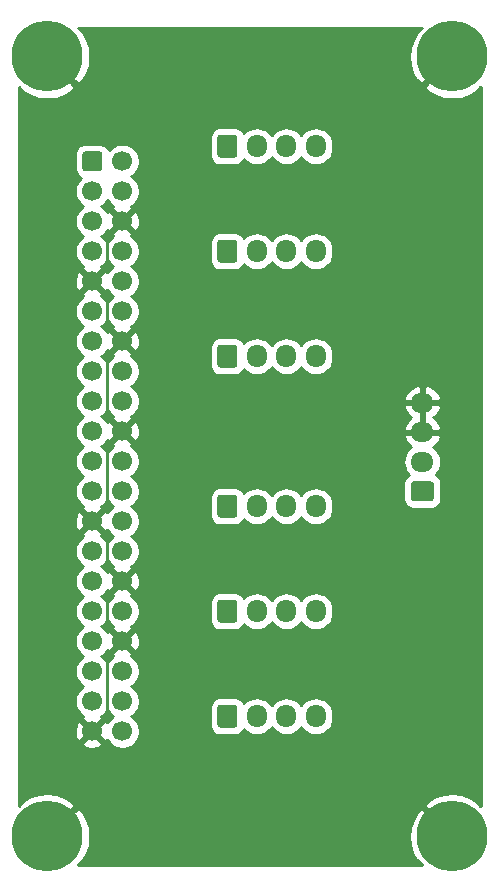
<source format=gbr>
%TF.GenerationSoftware,KiCad,Pcbnew,(5.1.9-0-10_14)*%
%TF.CreationDate,2021-09-26T12:14:21-07:00*%
%TF.ProjectId,rpi-arcade-hat,7270692d-6172-4636-9164-652d6861742e,rev?*%
%TF.SameCoordinates,Original*%
%TF.FileFunction,Copper,L2,Bot*%
%TF.FilePolarity,Positive*%
%FSLAX46Y46*%
G04 Gerber Fmt 4.6, Leading zero omitted, Abs format (unit mm)*
G04 Created by KiCad (PCBNEW (5.1.9-0-10_14)) date 2021-09-26 12:14:21*
%MOMM*%
%LPD*%
G01*
G04 APERTURE LIST*
%TA.AperFunction,ComponentPad*%
%ADD10O,1.950000X1.700000*%
%TD*%
%TA.AperFunction,ComponentPad*%
%ADD11C,1.700000*%
%TD*%
%TA.AperFunction,ComponentPad*%
%ADD12O,1.700000X1.950000*%
%TD*%
%TA.AperFunction,ComponentPad*%
%ADD13C,6.000000*%
%TD*%
%TA.AperFunction,Conductor*%
%ADD14C,0.250000*%
%TD*%
%TA.AperFunction,Conductor*%
%ADD15C,0.254000*%
%TD*%
%TA.AperFunction,Conductor*%
%ADD16C,0.100000*%
%TD*%
G04 APERTURE END LIST*
D10*
%TO.P,J8,4*%
%TO.N,GND*%
X160020000Y-91560000D03*
%TO.P,J8,3*%
X160020000Y-94060000D03*
%TO.P,J8,2*%
%TO.N,Net-(J1-Pad22)*%
X160020000Y-96560000D03*
%TO.P,J8,1*%
%TO.N,Net-(J1-Pad21)*%
%TA.AperFunction,ComponentPad*%
G36*
G01*
X160745000Y-99910000D02*
X159295000Y-99910000D01*
G75*
G02*
X159045000Y-99660000I0J250000D01*
G01*
X159045000Y-98460000D01*
G75*
G02*
X159295000Y-98210000I250000J0D01*
G01*
X160745000Y-98210000D01*
G75*
G02*
X160995000Y-98460000I0J-250000D01*
G01*
X160995000Y-99660000D01*
G75*
G02*
X160745000Y-99910000I-250000J0D01*
G01*
G37*
%TD.AperFunction*%
%TD*%
D11*
%TO.P,J1,40*%
%TO.N,Net-(J1-Pad40)*%
X134620000Y-119380000D03*
%TO.P,J1,38*%
%TO.N,Net-(J1-Pad38)*%
X134620000Y-116840000D03*
%TO.P,J1,36*%
%TO.N,Net-(J1-Pad36)*%
X134620000Y-114300000D03*
%TO.P,J1,34*%
%TO.N,GND*%
X134620000Y-111760000D03*
%TO.P,J1,32*%
%TO.N,Net-(J1-Pad32)*%
X134620000Y-109220000D03*
%TO.P,J1,30*%
%TO.N,GND*%
X134620000Y-106680000D03*
%TO.P,J1,28*%
%TO.N,Net-(J1-Pad28)*%
X134620000Y-104140000D03*
%TO.P,J1,26*%
%TO.N,Net-(J1-Pad26)*%
X134620000Y-101600000D03*
%TO.P,J1,24*%
%TO.N,Net-(J1-Pad24)*%
X134620000Y-99060000D03*
%TO.P,J1,22*%
%TO.N,Net-(J1-Pad22)*%
X134620000Y-96520000D03*
%TO.P,J1,20*%
%TO.N,GND*%
X134620000Y-93980000D03*
%TO.P,J1,18*%
%TO.N,Net-(J1-Pad18)*%
X134620000Y-91440000D03*
%TO.P,J1,16*%
%TO.N,Net-(J1-Pad16)*%
X134620000Y-88900000D03*
%TO.P,J1,14*%
%TO.N,GND*%
X134620000Y-86360000D03*
%TO.P,J1,12*%
%TO.N,Net-(J1-Pad12)*%
X134620000Y-83820000D03*
%TO.P,J1,10*%
%TO.N,Net-(J1-Pad10)*%
X134620000Y-81280000D03*
%TO.P,J1,8*%
%TO.N,Net-(J1-Pad8)*%
X134620000Y-78740000D03*
%TO.P,J1,6*%
%TO.N,GND*%
X134620000Y-76200000D03*
%TO.P,J1,4*%
%TO.N,Net-(J1-Pad4)*%
X134620000Y-73660000D03*
%TO.P,J1,2*%
%TO.N,Net-(J1-Pad2)*%
X134620000Y-71120000D03*
%TO.P,J1,39*%
%TO.N,GND*%
X132080000Y-119380000D03*
%TO.P,J1,37*%
%TO.N,Net-(J1-Pad37)*%
X132080000Y-116840000D03*
%TO.P,J1,35*%
%TO.N,Net-(J1-Pad35)*%
X132080000Y-114300000D03*
%TO.P,J1,33*%
%TO.N,Net-(J1-Pad33)*%
X132080000Y-111760000D03*
%TO.P,J1,31*%
%TO.N,Net-(J1-Pad31)*%
X132080000Y-109220000D03*
%TO.P,J1,29*%
%TO.N,Net-(J1-Pad29)*%
X132080000Y-106680000D03*
%TO.P,J1,27*%
%TO.N,Net-(J1-Pad27)*%
X132080000Y-104140000D03*
%TO.P,J1,25*%
%TO.N,GND*%
X132080000Y-101600000D03*
%TO.P,J1,23*%
%TO.N,Net-(J1-Pad23)*%
X132080000Y-99060000D03*
%TO.P,J1,21*%
%TO.N,Net-(J1-Pad21)*%
X132080000Y-96520000D03*
%TO.P,J1,19*%
%TO.N,Net-(J1-Pad19)*%
X132080000Y-93980000D03*
%TO.P,J1,17*%
%TO.N,Net-(J1-Pad17)*%
X132080000Y-91440000D03*
%TO.P,J1,15*%
%TO.N,Net-(J1-Pad15)*%
X132080000Y-88900000D03*
%TO.P,J1,13*%
%TO.N,Net-(J1-Pad13)*%
X132080000Y-86360000D03*
%TO.P,J1,11*%
%TO.N,Net-(J1-Pad11)*%
X132080000Y-83820000D03*
%TO.P,J1,9*%
%TO.N,GND*%
X132080000Y-81280000D03*
%TO.P,J1,7*%
%TO.N,Net-(J1-Pad7)*%
X132080000Y-78740000D03*
%TO.P,J1,5*%
%TO.N,Net-(J1-Pad5)*%
X132080000Y-76200000D03*
%TO.P,J1,3*%
%TO.N,Net-(J1-Pad3)*%
X132080000Y-73660000D03*
%TO.P,J1,1*%
%TO.N,Net-(J1-Pad1)*%
%TA.AperFunction,ComponentPad*%
G36*
G01*
X131230000Y-71720000D02*
X131230000Y-70520000D01*
G75*
G02*
X131480000Y-70270000I250000J0D01*
G01*
X132680000Y-70270000D01*
G75*
G02*
X132930000Y-70520000I0J-250000D01*
G01*
X132930000Y-71720000D01*
G75*
G02*
X132680000Y-71970000I-250000J0D01*
G01*
X131480000Y-71970000D01*
G75*
G02*
X131230000Y-71720000I0J250000D01*
G01*
G37*
%TD.AperFunction*%
%TD*%
D12*
%TO.P,J7,4*%
%TO.N,Net-(J1-Pad19)*%
X151010000Y-87630000D03*
%TO.P,J7,3*%
%TO.N,Net-(J1-Pad18)*%
X148510000Y-87630000D03*
%TO.P,J7,2*%
%TO.N,Net-(J1-Pad16)*%
X146010000Y-87630000D03*
%TO.P,J7,1*%
%TO.N,Net-(J1-Pad15)*%
%TA.AperFunction,ComponentPad*%
G36*
G01*
X142660000Y-88355000D02*
X142660000Y-86905000D01*
G75*
G02*
X142910000Y-86655000I250000J0D01*
G01*
X144110000Y-86655000D01*
G75*
G02*
X144360000Y-86905000I0J-250000D01*
G01*
X144360000Y-88355000D01*
G75*
G02*
X144110000Y-88605000I-250000J0D01*
G01*
X142910000Y-88605000D01*
G75*
G02*
X142660000Y-88355000I0J250000D01*
G01*
G37*
%TD.AperFunction*%
%TD*%
%TO.P,J6,4*%
%TO.N,Net-(J1-Pad13)*%
X151010000Y-78740000D03*
%TO.P,J6,3*%
%TO.N,Net-(J1-Pad12)*%
X148510000Y-78740000D03*
%TO.P,J6,2*%
%TO.N,Net-(J1-Pad11)*%
X146010000Y-78740000D03*
%TO.P,J6,1*%
%TO.N,Net-(J1-Pad10)*%
%TA.AperFunction,ComponentPad*%
G36*
G01*
X142660000Y-79465000D02*
X142660000Y-78015000D01*
G75*
G02*
X142910000Y-77765000I250000J0D01*
G01*
X144110000Y-77765000D01*
G75*
G02*
X144360000Y-78015000I0J-250000D01*
G01*
X144360000Y-79465000D01*
G75*
G02*
X144110000Y-79715000I-250000J0D01*
G01*
X142910000Y-79715000D01*
G75*
G02*
X142660000Y-79465000I0J250000D01*
G01*
G37*
%TD.AperFunction*%
%TD*%
%TO.P,J5,4*%
%TO.N,Net-(J1-Pad8)*%
X151010000Y-69850000D03*
%TO.P,J5,3*%
%TO.N,Net-(J1-Pad7)*%
X148510000Y-69850000D03*
%TO.P,J5,2*%
%TO.N,Net-(J1-Pad5)*%
X146010000Y-69850000D03*
%TO.P,J5,1*%
%TO.N,Net-(J1-Pad3)*%
%TA.AperFunction,ComponentPad*%
G36*
G01*
X142660000Y-70575000D02*
X142660000Y-69125000D01*
G75*
G02*
X142910000Y-68875000I250000J0D01*
G01*
X144110000Y-68875000D01*
G75*
G02*
X144360000Y-69125000I0J-250000D01*
G01*
X144360000Y-70575000D01*
G75*
G02*
X144110000Y-70825000I-250000J0D01*
G01*
X142910000Y-70825000D01*
G75*
G02*
X142660000Y-70575000I0J250000D01*
G01*
G37*
%TD.AperFunction*%
%TD*%
%TO.P,J4,4*%
%TO.N,Net-(J1-Pad40)*%
X151010000Y-118110000D03*
%TO.P,J4,3*%
%TO.N,Net-(J1-Pad38)*%
X148510000Y-118110000D03*
%TO.P,J4,2*%
%TO.N,Net-(J1-Pad37)*%
X146010000Y-118110000D03*
%TO.P,J4,1*%
%TO.N,Net-(J1-Pad36)*%
%TA.AperFunction,ComponentPad*%
G36*
G01*
X142660000Y-118835000D02*
X142660000Y-117385000D01*
G75*
G02*
X142910000Y-117135000I250000J0D01*
G01*
X144110000Y-117135000D01*
G75*
G02*
X144360000Y-117385000I0J-250000D01*
G01*
X144360000Y-118835000D01*
G75*
G02*
X144110000Y-119085000I-250000J0D01*
G01*
X142910000Y-119085000D01*
G75*
G02*
X142660000Y-118835000I0J250000D01*
G01*
G37*
%TD.AperFunction*%
%TD*%
%TO.P,J3,4*%
%TO.N,Net-(J1-Pad35)*%
X151010000Y-109220000D03*
%TO.P,J3,3*%
%TO.N,Net-(J1-Pad33)*%
X148510000Y-109220000D03*
%TO.P,J3,2*%
%TO.N,Net-(J1-Pad32)*%
X146010000Y-109220000D03*
%TO.P,J3,1*%
%TO.N,Net-(J1-Pad31)*%
%TA.AperFunction,ComponentPad*%
G36*
G01*
X142660000Y-109945000D02*
X142660000Y-108495000D01*
G75*
G02*
X142910000Y-108245000I250000J0D01*
G01*
X144110000Y-108245000D01*
G75*
G02*
X144360000Y-108495000I0J-250000D01*
G01*
X144360000Y-109945000D01*
G75*
G02*
X144110000Y-110195000I-250000J0D01*
G01*
X142910000Y-110195000D01*
G75*
G02*
X142660000Y-109945000I0J250000D01*
G01*
G37*
%TD.AperFunction*%
%TD*%
%TO.P,J2,4*%
%TO.N,Net-(J1-Pad29)*%
X151010000Y-100330000D03*
%TO.P,J2,3*%
%TO.N,Net-(J1-Pad26)*%
X148510000Y-100330000D03*
%TO.P,J2,2*%
%TO.N,Net-(J1-Pad24)*%
X146010000Y-100330000D03*
%TO.P,J2,1*%
%TO.N,Net-(J1-Pad23)*%
%TA.AperFunction,ComponentPad*%
G36*
G01*
X142660000Y-101055000D02*
X142660000Y-99605000D01*
G75*
G02*
X142910000Y-99355000I250000J0D01*
G01*
X144110000Y-99355000D01*
G75*
G02*
X144360000Y-99605000I0J-250000D01*
G01*
X144360000Y-101055000D01*
G75*
G02*
X144110000Y-101305000I-250000J0D01*
G01*
X142910000Y-101305000D01*
G75*
G02*
X142660000Y-101055000I0J250000D01*
G01*
G37*
%TD.AperFunction*%
%TD*%
D13*
%TO.P,REF\u002A\u002A,3*%
%TO.N,GND*%
X128270000Y-128270000D03*
%TD*%
%TO.P,REF\u002A\u002A,4*%
%TO.N,GND*%
X162560000Y-128270000D03*
%TD*%
%TO.P,REF\u002A\u002A,1*%
%TO.N,GND*%
X128270000Y-62230000D03*
%TD*%
%TO.P,REF\u002A\u002A,2*%
%TO.N,GND*%
X162560000Y-62230000D03*
%TD*%
D14*
%TO.N,GND*%
X133355199Y-113024801D02*
X134620000Y-111760000D01*
X133355199Y-118104801D02*
X133355199Y-113024801D01*
X132080000Y-119380000D02*
X133355199Y-118104801D01*
X134620000Y-111760000D02*
X133350000Y-110490000D01*
X133350000Y-107950000D02*
X134620000Y-106680000D01*
X133350000Y-110490000D02*
X133350000Y-107950000D01*
X133355199Y-102875199D02*
X132080000Y-101600000D01*
X133355199Y-105415199D02*
X133355199Y-102875199D01*
X134620000Y-106680000D02*
X133355199Y-105415199D01*
X133355199Y-95244801D02*
X134620000Y-93980000D01*
X133355199Y-100324801D02*
X133355199Y-95244801D01*
X132080000Y-101600000D02*
X133355199Y-100324801D01*
X134620000Y-93980000D02*
X133350000Y-92710000D01*
X133350000Y-87630000D02*
X134620000Y-86360000D01*
X133350000Y-92710000D02*
X133350000Y-87630000D01*
X133344801Y-82544801D02*
X132080000Y-81280000D01*
X133344801Y-85084801D02*
X133344801Y-82544801D01*
X134620000Y-86360000D02*
X133344801Y-85084801D01*
X133344801Y-77475199D02*
X134620000Y-76200000D01*
X133344801Y-80015199D02*
X133344801Y-77475199D01*
X132080000Y-81280000D02*
X133344801Y-80015199D01*
%TD*%
D15*
%TO.N,GND*%
X160001312Y-59850920D02*
X159532132Y-60187106D01*
X159191763Y-60817068D01*
X158980834Y-61501327D01*
X158907450Y-62213589D01*
X158974431Y-62926482D01*
X159179204Y-63612609D01*
X159513898Y-64245603D01*
X159532132Y-64272894D01*
X160001314Y-64609081D01*
X162380395Y-62230000D01*
X162366253Y-62215858D01*
X162545858Y-62036253D01*
X162560000Y-62050395D01*
X162574143Y-62036253D01*
X162753748Y-62215858D01*
X162739605Y-62230000D01*
X162753748Y-62244143D01*
X162574143Y-62423748D01*
X162560000Y-62409605D01*
X160180919Y-64788686D01*
X160517106Y-65257868D01*
X161147068Y-65598237D01*
X161831327Y-65809166D01*
X162543589Y-65882550D01*
X163256482Y-65815569D01*
X163942609Y-65610796D01*
X164575603Y-65276102D01*
X164602894Y-65257868D01*
X164939080Y-64788688D01*
X164973000Y-64822608D01*
X164973000Y-125677392D01*
X164939080Y-125711312D01*
X164602894Y-125242132D01*
X163972932Y-124901763D01*
X163288673Y-124690834D01*
X162576411Y-124617450D01*
X161863518Y-124684431D01*
X161177391Y-124889204D01*
X160544397Y-125223898D01*
X160517106Y-125242132D01*
X160180919Y-125711314D01*
X162560000Y-128090395D01*
X162574143Y-128076253D01*
X162753748Y-128255858D01*
X162739605Y-128270000D01*
X162753748Y-128284143D01*
X162574143Y-128463748D01*
X162560000Y-128449605D01*
X162545858Y-128463748D01*
X162366253Y-128284143D01*
X162380395Y-128270000D01*
X160001314Y-125890919D01*
X159532132Y-126227106D01*
X159191763Y-126857068D01*
X158980834Y-127541327D01*
X158907450Y-128253589D01*
X158974431Y-128966482D01*
X159179204Y-129652609D01*
X159513898Y-130285603D01*
X159532132Y-130312894D01*
X160001312Y-130649080D01*
X159967392Y-130683000D01*
X130862608Y-130683000D01*
X130828688Y-130649080D01*
X131297868Y-130312894D01*
X131638237Y-129682932D01*
X131849166Y-128998673D01*
X131922550Y-128286411D01*
X131855569Y-127573518D01*
X131650796Y-126887391D01*
X131316102Y-126254397D01*
X131297868Y-126227106D01*
X130828686Y-125890919D01*
X128449605Y-128270000D01*
X128463748Y-128284143D01*
X128284143Y-128463748D01*
X128270000Y-128449605D01*
X128255858Y-128463748D01*
X128076253Y-128284143D01*
X128090395Y-128270000D01*
X128076253Y-128255858D01*
X128255858Y-128076253D01*
X128270000Y-128090395D01*
X130649081Y-125711314D01*
X130312894Y-125242132D01*
X129682932Y-124901763D01*
X128998673Y-124690834D01*
X128286411Y-124617450D01*
X127573518Y-124684431D01*
X126887391Y-124889204D01*
X126254397Y-125223898D01*
X126227106Y-125242132D01*
X125890920Y-125711312D01*
X125857000Y-125677392D01*
X125857000Y-120408397D01*
X131231208Y-120408397D01*
X131308843Y-120657472D01*
X131572883Y-120783371D01*
X131856411Y-120855339D01*
X132148531Y-120870611D01*
X132438019Y-120828599D01*
X132713747Y-120730919D01*
X132851157Y-120657472D01*
X132928792Y-120408397D01*
X132080000Y-119559605D01*
X131231208Y-120408397D01*
X125857000Y-120408397D01*
X125857000Y-119448531D01*
X130589389Y-119448531D01*
X130631401Y-119738019D01*
X130729081Y-120013747D01*
X130802528Y-120151157D01*
X131051603Y-120228792D01*
X131900395Y-119380000D01*
X131051603Y-118531208D01*
X130802528Y-118608843D01*
X130676629Y-118872883D01*
X130604661Y-119156411D01*
X130589389Y-119448531D01*
X125857000Y-119448531D01*
X125857000Y-101668531D01*
X130589389Y-101668531D01*
X130631401Y-101958019D01*
X130729081Y-102233747D01*
X130802528Y-102371157D01*
X131051603Y-102448792D01*
X131900395Y-101600000D01*
X131051603Y-100751208D01*
X130802528Y-100828843D01*
X130676629Y-101092883D01*
X130604661Y-101376411D01*
X130589389Y-101668531D01*
X125857000Y-101668531D01*
X125857000Y-81348531D01*
X130589389Y-81348531D01*
X130631401Y-81638019D01*
X130729081Y-81913747D01*
X130802528Y-82051157D01*
X131051603Y-82128792D01*
X131900395Y-81280000D01*
X131051603Y-80431208D01*
X130802528Y-80508843D01*
X130676629Y-80772883D01*
X130604661Y-81056411D01*
X130589389Y-81348531D01*
X125857000Y-81348531D01*
X125857000Y-70520000D01*
X130591928Y-70520000D01*
X130591928Y-71720000D01*
X130608992Y-71893254D01*
X130659528Y-72059850D01*
X130741595Y-72213386D01*
X130852038Y-72347962D01*
X130986614Y-72458405D01*
X131113608Y-72526285D01*
X130926525Y-72713368D01*
X130764010Y-72956589D01*
X130652068Y-73226842D01*
X130595000Y-73513740D01*
X130595000Y-73806260D01*
X130652068Y-74093158D01*
X130764010Y-74363411D01*
X130926525Y-74606632D01*
X131133368Y-74813475D01*
X131307760Y-74930000D01*
X131133368Y-75046525D01*
X130926525Y-75253368D01*
X130764010Y-75496589D01*
X130652068Y-75766842D01*
X130595000Y-76053740D01*
X130595000Y-76346260D01*
X130652068Y-76633158D01*
X130764010Y-76903411D01*
X130926525Y-77146632D01*
X131133368Y-77353475D01*
X131307760Y-77470000D01*
X131133368Y-77586525D01*
X130926525Y-77793368D01*
X130764010Y-78036589D01*
X130652068Y-78306842D01*
X130595000Y-78593740D01*
X130595000Y-78886260D01*
X130652068Y-79173158D01*
X130764010Y-79443411D01*
X130926525Y-79686632D01*
X131133368Y-79893475D01*
X131306729Y-80009311D01*
X131231208Y-80251603D01*
X132080000Y-81100395D01*
X132928792Y-80251603D01*
X132853271Y-80009311D01*
X133026632Y-79893475D01*
X133233475Y-79686632D01*
X133350000Y-79512240D01*
X133466525Y-79686632D01*
X133673368Y-79893475D01*
X133847760Y-80010000D01*
X133673368Y-80126525D01*
X133466525Y-80333368D01*
X133350689Y-80506729D01*
X133108397Y-80431208D01*
X132259605Y-81280000D01*
X133108397Y-82128792D01*
X133350689Y-82053271D01*
X133466525Y-82226632D01*
X133673368Y-82433475D01*
X133847760Y-82550000D01*
X133673368Y-82666525D01*
X133466525Y-82873368D01*
X133350000Y-83047760D01*
X133233475Y-82873368D01*
X133026632Y-82666525D01*
X132853271Y-82550689D01*
X132928792Y-82308397D01*
X132080000Y-81459605D01*
X131231208Y-82308397D01*
X131306729Y-82550689D01*
X131133368Y-82666525D01*
X130926525Y-82873368D01*
X130764010Y-83116589D01*
X130652068Y-83386842D01*
X130595000Y-83673740D01*
X130595000Y-83966260D01*
X130652068Y-84253158D01*
X130764010Y-84523411D01*
X130926525Y-84766632D01*
X131133368Y-84973475D01*
X131307760Y-85090000D01*
X131133368Y-85206525D01*
X130926525Y-85413368D01*
X130764010Y-85656589D01*
X130652068Y-85926842D01*
X130595000Y-86213740D01*
X130595000Y-86506260D01*
X130652068Y-86793158D01*
X130764010Y-87063411D01*
X130926525Y-87306632D01*
X131133368Y-87513475D01*
X131307760Y-87630000D01*
X131133368Y-87746525D01*
X130926525Y-87953368D01*
X130764010Y-88196589D01*
X130652068Y-88466842D01*
X130595000Y-88753740D01*
X130595000Y-89046260D01*
X130652068Y-89333158D01*
X130764010Y-89603411D01*
X130926525Y-89846632D01*
X131133368Y-90053475D01*
X131307760Y-90170000D01*
X131133368Y-90286525D01*
X130926525Y-90493368D01*
X130764010Y-90736589D01*
X130652068Y-91006842D01*
X130595000Y-91293740D01*
X130595000Y-91586260D01*
X130652068Y-91873158D01*
X130764010Y-92143411D01*
X130926525Y-92386632D01*
X131133368Y-92593475D01*
X131307760Y-92710000D01*
X131133368Y-92826525D01*
X130926525Y-93033368D01*
X130764010Y-93276589D01*
X130652068Y-93546842D01*
X130595000Y-93833740D01*
X130595000Y-94126260D01*
X130652068Y-94413158D01*
X130764010Y-94683411D01*
X130926525Y-94926632D01*
X131133368Y-95133475D01*
X131307760Y-95250000D01*
X131133368Y-95366525D01*
X130926525Y-95573368D01*
X130764010Y-95816589D01*
X130652068Y-96086842D01*
X130595000Y-96373740D01*
X130595000Y-96666260D01*
X130652068Y-96953158D01*
X130764010Y-97223411D01*
X130926525Y-97466632D01*
X131133368Y-97673475D01*
X131307760Y-97790000D01*
X131133368Y-97906525D01*
X130926525Y-98113368D01*
X130764010Y-98356589D01*
X130652068Y-98626842D01*
X130595000Y-98913740D01*
X130595000Y-99206260D01*
X130652068Y-99493158D01*
X130764010Y-99763411D01*
X130926525Y-100006632D01*
X131133368Y-100213475D01*
X131306729Y-100329311D01*
X131231208Y-100571603D01*
X132080000Y-101420395D01*
X132928792Y-100571603D01*
X132853271Y-100329311D01*
X133026632Y-100213475D01*
X133233475Y-100006632D01*
X133350000Y-99832240D01*
X133466525Y-100006632D01*
X133673368Y-100213475D01*
X133847760Y-100330000D01*
X133673368Y-100446525D01*
X133466525Y-100653368D01*
X133350689Y-100826729D01*
X133108397Y-100751208D01*
X132259605Y-101600000D01*
X133108397Y-102448792D01*
X133350689Y-102373271D01*
X133466525Y-102546632D01*
X133673368Y-102753475D01*
X133847760Y-102870000D01*
X133673368Y-102986525D01*
X133466525Y-103193368D01*
X133350000Y-103367760D01*
X133233475Y-103193368D01*
X133026632Y-102986525D01*
X132853271Y-102870689D01*
X132928792Y-102628397D01*
X132080000Y-101779605D01*
X131231208Y-102628397D01*
X131306729Y-102870689D01*
X131133368Y-102986525D01*
X130926525Y-103193368D01*
X130764010Y-103436589D01*
X130652068Y-103706842D01*
X130595000Y-103993740D01*
X130595000Y-104286260D01*
X130652068Y-104573158D01*
X130764010Y-104843411D01*
X130926525Y-105086632D01*
X131133368Y-105293475D01*
X131307760Y-105410000D01*
X131133368Y-105526525D01*
X130926525Y-105733368D01*
X130764010Y-105976589D01*
X130652068Y-106246842D01*
X130595000Y-106533740D01*
X130595000Y-106826260D01*
X130652068Y-107113158D01*
X130764010Y-107383411D01*
X130926525Y-107626632D01*
X131133368Y-107833475D01*
X131307760Y-107950000D01*
X131133368Y-108066525D01*
X130926525Y-108273368D01*
X130764010Y-108516589D01*
X130652068Y-108786842D01*
X130595000Y-109073740D01*
X130595000Y-109366260D01*
X130652068Y-109653158D01*
X130764010Y-109923411D01*
X130926525Y-110166632D01*
X131133368Y-110373475D01*
X131307760Y-110490000D01*
X131133368Y-110606525D01*
X130926525Y-110813368D01*
X130764010Y-111056589D01*
X130652068Y-111326842D01*
X130595000Y-111613740D01*
X130595000Y-111906260D01*
X130652068Y-112193158D01*
X130764010Y-112463411D01*
X130926525Y-112706632D01*
X131133368Y-112913475D01*
X131307760Y-113030000D01*
X131133368Y-113146525D01*
X130926525Y-113353368D01*
X130764010Y-113596589D01*
X130652068Y-113866842D01*
X130595000Y-114153740D01*
X130595000Y-114446260D01*
X130652068Y-114733158D01*
X130764010Y-115003411D01*
X130926525Y-115246632D01*
X131133368Y-115453475D01*
X131307760Y-115570000D01*
X131133368Y-115686525D01*
X130926525Y-115893368D01*
X130764010Y-116136589D01*
X130652068Y-116406842D01*
X130595000Y-116693740D01*
X130595000Y-116986260D01*
X130652068Y-117273158D01*
X130764010Y-117543411D01*
X130926525Y-117786632D01*
X131133368Y-117993475D01*
X131306729Y-118109311D01*
X131231208Y-118351603D01*
X132080000Y-119200395D01*
X132928792Y-118351603D01*
X132853271Y-118109311D01*
X133026632Y-117993475D01*
X133233475Y-117786632D01*
X133350000Y-117612240D01*
X133466525Y-117786632D01*
X133673368Y-117993475D01*
X133847760Y-118110000D01*
X133673368Y-118226525D01*
X133466525Y-118433368D01*
X133350689Y-118606729D01*
X133108397Y-118531208D01*
X132259605Y-119380000D01*
X133108397Y-120228792D01*
X133350689Y-120153271D01*
X133466525Y-120326632D01*
X133673368Y-120533475D01*
X133916589Y-120695990D01*
X134186842Y-120807932D01*
X134473740Y-120865000D01*
X134766260Y-120865000D01*
X135053158Y-120807932D01*
X135323411Y-120695990D01*
X135566632Y-120533475D01*
X135773475Y-120326632D01*
X135935990Y-120083411D01*
X136047932Y-119813158D01*
X136105000Y-119526260D01*
X136105000Y-119233740D01*
X136047932Y-118946842D01*
X135935990Y-118676589D01*
X135773475Y-118433368D01*
X135566632Y-118226525D01*
X135392240Y-118110000D01*
X135566632Y-117993475D01*
X135773475Y-117786632D01*
X135935990Y-117543411D01*
X136001605Y-117385000D01*
X142021928Y-117385000D01*
X142021928Y-118835000D01*
X142038992Y-119008254D01*
X142089528Y-119174850D01*
X142171595Y-119328386D01*
X142282038Y-119462962D01*
X142416614Y-119573405D01*
X142570150Y-119655472D01*
X142736746Y-119706008D01*
X142910000Y-119723072D01*
X144110000Y-119723072D01*
X144283254Y-119706008D01*
X144449850Y-119655472D01*
X144603386Y-119573405D01*
X144737962Y-119462962D01*
X144848405Y-119328386D01*
X144902777Y-119226663D01*
X144954866Y-119290134D01*
X145180987Y-119475706D01*
X145438967Y-119613599D01*
X145718890Y-119698513D01*
X146010000Y-119727185D01*
X146301111Y-119698513D01*
X146581034Y-119613599D01*
X146839014Y-119475706D01*
X147065134Y-119290134D01*
X147250706Y-119064014D01*
X147260000Y-119046626D01*
X147269294Y-119064014D01*
X147454866Y-119290134D01*
X147680987Y-119475706D01*
X147938967Y-119613599D01*
X148218890Y-119698513D01*
X148510000Y-119727185D01*
X148801111Y-119698513D01*
X149081034Y-119613599D01*
X149339014Y-119475706D01*
X149565134Y-119290134D01*
X149750706Y-119064014D01*
X149760000Y-119046626D01*
X149769294Y-119064014D01*
X149954866Y-119290134D01*
X150180987Y-119475706D01*
X150438967Y-119613599D01*
X150718890Y-119698513D01*
X151010000Y-119727185D01*
X151301111Y-119698513D01*
X151581034Y-119613599D01*
X151839014Y-119475706D01*
X152065134Y-119290134D01*
X152250706Y-119064014D01*
X152388599Y-118806033D01*
X152473513Y-118526110D01*
X152495000Y-118307949D01*
X152495000Y-117912050D01*
X152473513Y-117693889D01*
X152388599Y-117413966D01*
X152250706Y-117155986D01*
X152065134Y-116929866D01*
X151839013Y-116744294D01*
X151581033Y-116606401D01*
X151301110Y-116521487D01*
X151010000Y-116492815D01*
X150718889Y-116521487D01*
X150438966Y-116606401D01*
X150180986Y-116744294D01*
X149954866Y-116929866D01*
X149769294Y-117155987D01*
X149760000Y-117173374D01*
X149750706Y-117155986D01*
X149565134Y-116929866D01*
X149339013Y-116744294D01*
X149081033Y-116606401D01*
X148801110Y-116521487D01*
X148510000Y-116492815D01*
X148218889Y-116521487D01*
X147938966Y-116606401D01*
X147680986Y-116744294D01*
X147454866Y-116929866D01*
X147269294Y-117155987D01*
X147260000Y-117173374D01*
X147250706Y-117155986D01*
X147065134Y-116929866D01*
X146839013Y-116744294D01*
X146581033Y-116606401D01*
X146301110Y-116521487D01*
X146010000Y-116492815D01*
X145718889Y-116521487D01*
X145438966Y-116606401D01*
X145180986Y-116744294D01*
X144954866Y-116929866D01*
X144902777Y-116993337D01*
X144848405Y-116891614D01*
X144737962Y-116757038D01*
X144603386Y-116646595D01*
X144449850Y-116564528D01*
X144283254Y-116513992D01*
X144110000Y-116496928D01*
X142910000Y-116496928D01*
X142736746Y-116513992D01*
X142570150Y-116564528D01*
X142416614Y-116646595D01*
X142282038Y-116757038D01*
X142171595Y-116891614D01*
X142089528Y-117045150D01*
X142038992Y-117211746D01*
X142021928Y-117385000D01*
X136001605Y-117385000D01*
X136047932Y-117273158D01*
X136105000Y-116986260D01*
X136105000Y-116693740D01*
X136047932Y-116406842D01*
X135935990Y-116136589D01*
X135773475Y-115893368D01*
X135566632Y-115686525D01*
X135392240Y-115570000D01*
X135566632Y-115453475D01*
X135773475Y-115246632D01*
X135935990Y-115003411D01*
X136047932Y-114733158D01*
X136105000Y-114446260D01*
X136105000Y-114153740D01*
X136047932Y-113866842D01*
X135935990Y-113596589D01*
X135773475Y-113353368D01*
X135566632Y-113146525D01*
X135393271Y-113030689D01*
X135468792Y-112788397D01*
X134620000Y-111939605D01*
X133771208Y-112788397D01*
X133846729Y-113030689D01*
X133673368Y-113146525D01*
X133466525Y-113353368D01*
X133350000Y-113527760D01*
X133233475Y-113353368D01*
X133026632Y-113146525D01*
X132852240Y-113030000D01*
X133026632Y-112913475D01*
X133233475Y-112706632D01*
X133349311Y-112533271D01*
X133591603Y-112608792D01*
X134440395Y-111760000D01*
X134799605Y-111760000D01*
X135648397Y-112608792D01*
X135897472Y-112531157D01*
X136023371Y-112267117D01*
X136095339Y-111983589D01*
X136110611Y-111691469D01*
X136068599Y-111401981D01*
X135970919Y-111126253D01*
X135897472Y-110988843D01*
X135648397Y-110911208D01*
X134799605Y-111760000D01*
X134440395Y-111760000D01*
X133591603Y-110911208D01*
X133349311Y-110986729D01*
X133233475Y-110813368D01*
X133026632Y-110606525D01*
X132852240Y-110490000D01*
X133026632Y-110373475D01*
X133233475Y-110166632D01*
X133350000Y-109992240D01*
X133466525Y-110166632D01*
X133673368Y-110373475D01*
X133846729Y-110489311D01*
X133771208Y-110731603D01*
X134620000Y-111580395D01*
X135468792Y-110731603D01*
X135393271Y-110489311D01*
X135566632Y-110373475D01*
X135773475Y-110166632D01*
X135935990Y-109923411D01*
X136047932Y-109653158D01*
X136105000Y-109366260D01*
X136105000Y-109073740D01*
X136047932Y-108786842D01*
X135935990Y-108516589D01*
X135921565Y-108495000D01*
X142021928Y-108495000D01*
X142021928Y-109945000D01*
X142038992Y-110118254D01*
X142089528Y-110284850D01*
X142171595Y-110438386D01*
X142282038Y-110572962D01*
X142416614Y-110683405D01*
X142570150Y-110765472D01*
X142736746Y-110816008D01*
X142910000Y-110833072D01*
X144110000Y-110833072D01*
X144283254Y-110816008D01*
X144449850Y-110765472D01*
X144603386Y-110683405D01*
X144737962Y-110572962D01*
X144848405Y-110438386D01*
X144902777Y-110336663D01*
X144954866Y-110400134D01*
X145180987Y-110585706D01*
X145438967Y-110723599D01*
X145718890Y-110808513D01*
X146010000Y-110837185D01*
X146301111Y-110808513D01*
X146581034Y-110723599D01*
X146839014Y-110585706D01*
X147065134Y-110400134D01*
X147250706Y-110174014D01*
X147260000Y-110156626D01*
X147269294Y-110174014D01*
X147454866Y-110400134D01*
X147680987Y-110585706D01*
X147938967Y-110723599D01*
X148218890Y-110808513D01*
X148510000Y-110837185D01*
X148801111Y-110808513D01*
X149081034Y-110723599D01*
X149339014Y-110585706D01*
X149565134Y-110400134D01*
X149750706Y-110174014D01*
X149760000Y-110156626D01*
X149769294Y-110174014D01*
X149954866Y-110400134D01*
X150180987Y-110585706D01*
X150438967Y-110723599D01*
X150718890Y-110808513D01*
X151010000Y-110837185D01*
X151301111Y-110808513D01*
X151581034Y-110723599D01*
X151839014Y-110585706D01*
X152065134Y-110400134D01*
X152250706Y-110174014D01*
X152388599Y-109916033D01*
X152473513Y-109636110D01*
X152495000Y-109417949D01*
X152495000Y-109022050D01*
X152473513Y-108803889D01*
X152388599Y-108523966D01*
X152250706Y-108265986D01*
X152065134Y-108039866D01*
X151839013Y-107854294D01*
X151581033Y-107716401D01*
X151301110Y-107631487D01*
X151010000Y-107602815D01*
X150718889Y-107631487D01*
X150438966Y-107716401D01*
X150180986Y-107854294D01*
X149954866Y-108039866D01*
X149769294Y-108265987D01*
X149760000Y-108283374D01*
X149750706Y-108265986D01*
X149565134Y-108039866D01*
X149339013Y-107854294D01*
X149081033Y-107716401D01*
X148801110Y-107631487D01*
X148510000Y-107602815D01*
X148218889Y-107631487D01*
X147938966Y-107716401D01*
X147680986Y-107854294D01*
X147454866Y-108039866D01*
X147269294Y-108265987D01*
X147260000Y-108283374D01*
X147250706Y-108265986D01*
X147065134Y-108039866D01*
X146839013Y-107854294D01*
X146581033Y-107716401D01*
X146301110Y-107631487D01*
X146010000Y-107602815D01*
X145718889Y-107631487D01*
X145438966Y-107716401D01*
X145180986Y-107854294D01*
X144954866Y-108039866D01*
X144902777Y-108103337D01*
X144848405Y-108001614D01*
X144737962Y-107867038D01*
X144603386Y-107756595D01*
X144449850Y-107674528D01*
X144283254Y-107623992D01*
X144110000Y-107606928D01*
X142910000Y-107606928D01*
X142736746Y-107623992D01*
X142570150Y-107674528D01*
X142416614Y-107756595D01*
X142282038Y-107867038D01*
X142171595Y-108001614D01*
X142089528Y-108155150D01*
X142038992Y-108321746D01*
X142021928Y-108495000D01*
X135921565Y-108495000D01*
X135773475Y-108273368D01*
X135566632Y-108066525D01*
X135393271Y-107950689D01*
X135468792Y-107708397D01*
X134620000Y-106859605D01*
X133771208Y-107708397D01*
X133846729Y-107950689D01*
X133673368Y-108066525D01*
X133466525Y-108273368D01*
X133350000Y-108447760D01*
X133233475Y-108273368D01*
X133026632Y-108066525D01*
X132852240Y-107950000D01*
X133026632Y-107833475D01*
X133233475Y-107626632D01*
X133349311Y-107453271D01*
X133591603Y-107528792D01*
X134440395Y-106680000D01*
X134799605Y-106680000D01*
X135648397Y-107528792D01*
X135897472Y-107451157D01*
X136023371Y-107187117D01*
X136095339Y-106903589D01*
X136110611Y-106611469D01*
X136068599Y-106321981D01*
X135970919Y-106046253D01*
X135897472Y-105908843D01*
X135648397Y-105831208D01*
X134799605Y-106680000D01*
X134440395Y-106680000D01*
X133591603Y-105831208D01*
X133349311Y-105906729D01*
X133233475Y-105733368D01*
X133026632Y-105526525D01*
X132852240Y-105410000D01*
X133026632Y-105293475D01*
X133233475Y-105086632D01*
X133350000Y-104912240D01*
X133466525Y-105086632D01*
X133673368Y-105293475D01*
X133846729Y-105409311D01*
X133771208Y-105651603D01*
X134620000Y-106500395D01*
X135468792Y-105651603D01*
X135393271Y-105409311D01*
X135566632Y-105293475D01*
X135773475Y-105086632D01*
X135935990Y-104843411D01*
X136047932Y-104573158D01*
X136105000Y-104286260D01*
X136105000Y-103993740D01*
X136047932Y-103706842D01*
X135935990Y-103436589D01*
X135773475Y-103193368D01*
X135566632Y-102986525D01*
X135392240Y-102870000D01*
X135566632Y-102753475D01*
X135773475Y-102546632D01*
X135935990Y-102303411D01*
X136047932Y-102033158D01*
X136105000Y-101746260D01*
X136105000Y-101453740D01*
X136047932Y-101166842D01*
X135935990Y-100896589D01*
X135773475Y-100653368D01*
X135566632Y-100446525D01*
X135392240Y-100330000D01*
X135566632Y-100213475D01*
X135773475Y-100006632D01*
X135935990Y-99763411D01*
X136001605Y-99605000D01*
X142021928Y-99605000D01*
X142021928Y-101055000D01*
X142038992Y-101228254D01*
X142089528Y-101394850D01*
X142171595Y-101548386D01*
X142282038Y-101682962D01*
X142416614Y-101793405D01*
X142570150Y-101875472D01*
X142736746Y-101926008D01*
X142910000Y-101943072D01*
X144110000Y-101943072D01*
X144283254Y-101926008D01*
X144449850Y-101875472D01*
X144603386Y-101793405D01*
X144737962Y-101682962D01*
X144848405Y-101548386D01*
X144902777Y-101446663D01*
X144954866Y-101510134D01*
X145180987Y-101695706D01*
X145438967Y-101833599D01*
X145718890Y-101918513D01*
X146010000Y-101947185D01*
X146301111Y-101918513D01*
X146581034Y-101833599D01*
X146839014Y-101695706D01*
X147065134Y-101510134D01*
X147250706Y-101284014D01*
X147260000Y-101266626D01*
X147269294Y-101284014D01*
X147454866Y-101510134D01*
X147680987Y-101695706D01*
X147938967Y-101833599D01*
X148218890Y-101918513D01*
X148510000Y-101947185D01*
X148801111Y-101918513D01*
X149081034Y-101833599D01*
X149339014Y-101695706D01*
X149565134Y-101510134D01*
X149750706Y-101284014D01*
X149760000Y-101266626D01*
X149769294Y-101284014D01*
X149954866Y-101510134D01*
X150180987Y-101695706D01*
X150438967Y-101833599D01*
X150718890Y-101918513D01*
X151010000Y-101947185D01*
X151301111Y-101918513D01*
X151581034Y-101833599D01*
X151839014Y-101695706D01*
X152065134Y-101510134D01*
X152250706Y-101284014D01*
X152388599Y-101026033D01*
X152473513Y-100746110D01*
X152495000Y-100527949D01*
X152495000Y-100132050D01*
X152473513Y-99913889D01*
X152388599Y-99633966D01*
X152250706Y-99375986D01*
X152065134Y-99149866D01*
X151839013Y-98964294D01*
X151581033Y-98826401D01*
X151301110Y-98741487D01*
X151010000Y-98712815D01*
X150718889Y-98741487D01*
X150438966Y-98826401D01*
X150180986Y-98964294D01*
X149954866Y-99149866D01*
X149769294Y-99375987D01*
X149760000Y-99393374D01*
X149750706Y-99375986D01*
X149565134Y-99149866D01*
X149339013Y-98964294D01*
X149081033Y-98826401D01*
X148801110Y-98741487D01*
X148510000Y-98712815D01*
X148218889Y-98741487D01*
X147938966Y-98826401D01*
X147680986Y-98964294D01*
X147454866Y-99149866D01*
X147269294Y-99375987D01*
X147260000Y-99393374D01*
X147250706Y-99375986D01*
X147065134Y-99149866D01*
X146839013Y-98964294D01*
X146581033Y-98826401D01*
X146301110Y-98741487D01*
X146010000Y-98712815D01*
X145718889Y-98741487D01*
X145438966Y-98826401D01*
X145180986Y-98964294D01*
X144954866Y-99149866D01*
X144902777Y-99213337D01*
X144848405Y-99111614D01*
X144737962Y-98977038D01*
X144603386Y-98866595D01*
X144449850Y-98784528D01*
X144283254Y-98733992D01*
X144110000Y-98716928D01*
X142910000Y-98716928D01*
X142736746Y-98733992D01*
X142570150Y-98784528D01*
X142416614Y-98866595D01*
X142282038Y-98977038D01*
X142171595Y-99111614D01*
X142089528Y-99265150D01*
X142038992Y-99431746D01*
X142021928Y-99605000D01*
X136001605Y-99605000D01*
X136047932Y-99493158D01*
X136105000Y-99206260D01*
X136105000Y-98913740D01*
X136047932Y-98626842D01*
X135935990Y-98356589D01*
X135773475Y-98113368D01*
X135566632Y-97906525D01*
X135392240Y-97790000D01*
X135566632Y-97673475D01*
X135773475Y-97466632D01*
X135935990Y-97223411D01*
X136047932Y-96953158D01*
X136105000Y-96666260D01*
X136105000Y-96560000D01*
X158402815Y-96560000D01*
X158431487Y-96851111D01*
X158516401Y-97131034D01*
X158654294Y-97389014D01*
X158839866Y-97615134D01*
X158903337Y-97667223D01*
X158801614Y-97721595D01*
X158667038Y-97832038D01*
X158556595Y-97966614D01*
X158474528Y-98120150D01*
X158423992Y-98286746D01*
X158406928Y-98460000D01*
X158406928Y-99660000D01*
X158423992Y-99833254D01*
X158474528Y-99999850D01*
X158556595Y-100153386D01*
X158667038Y-100287962D01*
X158801614Y-100398405D01*
X158955150Y-100480472D01*
X159121746Y-100531008D01*
X159295000Y-100548072D01*
X160745000Y-100548072D01*
X160918254Y-100531008D01*
X161084850Y-100480472D01*
X161238386Y-100398405D01*
X161372962Y-100287962D01*
X161483405Y-100153386D01*
X161565472Y-99999850D01*
X161616008Y-99833254D01*
X161633072Y-99660000D01*
X161633072Y-98460000D01*
X161616008Y-98286746D01*
X161565472Y-98120150D01*
X161483405Y-97966614D01*
X161372962Y-97832038D01*
X161238386Y-97721595D01*
X161136663Y-97667223D01*
X161200134Y-97615134D01*
X161385706Y-97389014D01*
X161523599Y-97131034D01*
X161608513Y-96851111D01*
X161637185Y-96560000D01*
X161608513Y-96268889D01*
X161523599Y-95988966D01*
X161385706Y-95730986D01*
X161200134Y-95504866D01*
X160974014Y-95319294D01*
X160948278Y-95305538D01*
X161154429Y-95149049D01*
X161347496Y-94931193D01*
X161494352Y-94679858D01*
X161586476Y-94416890D01*
X161465155Y-94187000D01*
X160147000Y-94187000D01*
X160147000Y-94207000D01*
X159893000Y-94207000D01*
X159893000Y-94187000D01*
X158574845Y-94187000D01*
X158453524Y-94416890D01*
X158545648Y-94679858D01*
X158692504Y-94931193D01*
X158885571Y-95149049D01*
X159091722Y-95305538D01*
X159065986Y-95319294D01*
X158839866Y-95504866D01*
X158654294Y-95730986D01*
X158516401Y-95988966D01*
X158431487Y-96268889D01*
X158402815Y-96560000D01*
X136105000Y-96560000D01*
X136105000Y-96373740D01*
X136047932Y-96086842D01*
X135935990Y-95816589D01*
X135773475Y-95573368D01*
X135566632Y-95366525D01*
X135393271Y-95250689D01*
X135468792Y-95008397D01*
X134620000Y-94159605D01*
X133771208Y-95008397D01*
X133846729Y-95250689D01*
X133673368Y-95366525D01*
X133466525Y-95573368D01*
X133350000Y-95747760D01*
X133233475Y-95573368D01*
X133026632Y-95366525D01*
X132852240Y-95250000D01*
X133026632Y-95133475D01*
X133233475Y-94926632D01*
X133349311Y-94753271D01*
X133591603Y-94828792D01*
X134440395Y-93980000D01*
X134799605Y-93980000D01*
X135648397Y-94828792D01*
X135897472Y-94751157D01*
X136023371Y-94487117D01*
X136095339Y-94203589D01*
X136110611Y-93911469D01*
X136068599Y-93621981D01*
X135970919Y-93346253D01*
X135897472Y-93208843D01*
X135648397Y-93131208D01*
X134799605Y-93980000D01*
X134440395Y-93980000D01*
X133591603Y-93131208D01*
X133349311Y-93206729D01*
X133233475Y-93033368D01*
X133026632Y-92826525D01*
X132852240Y-92710000D01*
X133026632Y-92593475D01*
X133233475Y-92386632D01*
X133350000Y-92212240D01*
X133466525Y-92386632D01*
X133673368Y-92593475D01*
X133846729Y-92709311D01*
X133771208Y-92951603D01*
X134620000Y-93800395D01*
X135468792Y-92951603D01*
X135393271Y-92709311D01*
X135566632Y-92593475D01*
X135773475Y-92386632D01*
X135935990Y-92143411D01*
X136029817Y-91916890D01*
X158453524Y-91916890D01*
X158545648Y-92179858D01*
X158692504Y-92431193D01*
X158885571Y-92649049D01*
X159097600Y-92810000D01*
X158885571Y-92970951D01*
X158692504Y-93188807D01*
X158545648Y-93440142D01*
X158453524Y-93703110D01*
X158574845Y-93933000D01*
X159893000Y-93933000D01*
X159893000Y-91687000D01*
X160147000Y-91687000D01*
X160147000Y-93933000D01*
X161465155Y-93933000D01*
X161586476Y-93703110D01*
X161494352Y-93440142D01*
X161347496Y-93188807D01*
X161154429Y-92970951D01*
X160942400Y-92810000D01*
X161154429Y-92649049D01*
X161347496Y-92431193D01*
X161494352Y-92179858D01*
X161586476Y-91916890D01*
X161465155Y-91687000D01*
X160147000Y-91687000D01*
X159893000Y-91687000D01*
X158574845Y-91687000D01*
X158453524Y-91916890D01*
X136029817Y-91916890D01*
X136047932Y-91873158D01*
X136105000Y-91586260D01*
X136105000Y-91293740D01*
X136086973Y-91203110D01*
X158453524Y-91203110D01*
X158574845Y-91433000D01*
X159893000Y-91433000D01*
X159893000Y-90233835D01*
X160147000Y-90233835D01*
X160147000Y-91433000D01*
X161465155Y-91433000D01*
X161586476Y-91203110D01*
X161494352Y-90940142D01*
X161347496Y-90688807D01*
X161154429Y-90470951D01*
X160922570Y-90294947D01*
X160660830Y-90167558D01*
X160379267Y-90093680D01*
X160147000Y-90233835D01*
X159893000Y-90233835D01*
X159660733Y-90093680D01*
X159379170Y-90167558D01*
X159117430Y-90294947D01*
X158885571Y-90470951D01*
X158692504Y-90688807D01*
X158545648Y-90940142D01*
X158453524Y-91203110D01*
X136086973Y-91203110D01*
X136047932Y-91006842D01*
X135935990Y-90736589D01*
X135773475Y-90493368D01*
X135566632Y-90286525D01*
X135392240Y-90170000D01*
X135566632Y-90053475D01*
X135773475Y-89846632D01*
X135935990Y-89603411D01*
X136047932Y-89333158D01*
X136105000Y-89046260D01*
X136105000Y-88753740D01*
X136047932Y-88466842D01*
X135935990Y-88196589D01*
X135773475Y-87953368D01*
X135566632Y-87746525D01*
X135393271Y-87630689D01*
X135468792Y-87388397D01*
X134620000Y-86539605D01*
X133771208Y-87388397D01*
X133846729Y-87630689D01*
X133673368Y-87746525D01*
X133466525Y-87953368D01*
X133350000Y-88127760D01*
X133233475Y-87953368D01*
X133026632Y-87746525D01*
X132852240Y-87630000D01*
X133026632Y-87513475D01*
X133233475Y-87306632D01*
X133349311Y-87133271D01*
X133591603Y-87208792D01*
X134440395Y-86360000D01*
X134799605Y-86360000D01*
X135648397Y-87208792D01*
X135897472Y-87131157D01*
X136005307Y-86905000D01*
X142021928Y-86905000D01*
X142021928Y-88355000D01*
X142038992Y-88528254D01*
X142089528Y-88694850D01*
X142171595Y-88848386D01*
X142282038Y-88982962D01*
X142416614Y-89093405D01*
X142570150Y-89175472D01*
X142736746Y-89226008D01*
X142910000Y-89243072D01*
X144110000Y-89243072D01*
X144283254Y-89226008D01*
X144449850Y-89175472D01*
X144603386Y-89093405D01*
X144737962Y-88982962D01*
X144848405Y-88848386D01*
X144902777Y-88746663D01*
X144954866Y-88810134D01*
X145180987Y-88995706D01*
X145438967Y-89133599D01*
X145718890Y-89218513D01*
X146010000Y-89247185D01*
X146301111Y-89218513D01*
X146581034Y-89133599D01*
X146839014Y-88995706D01*
X147065134Y-88810134D01*
X147250706Y-88584014D01*
X147260000Y-88566626D01*
X147269294Y-88584014D01*
X147454866Y-88810134D01*
X147680987Y-88995706D01*
X147938967Y-89133599D01*
X148218890Y-89218513D01*
X148510000Y-89247185D01*
X148801111Y-89218513D01*
X149081034Y-89133599D01*
X149339014Y-88995706D01*
X149565134Y-88810134D01*
X149750706Y-88584014D01*
X149760000Y-88566626D01*
X149769294Y-88584014D01*
X149954866Y-88810134D01*
X150180987Y-88995706D01*
X150438967Y-89133599D01*
X150718890Y-89218513D01*
X151010000Y-89247185D01*
X151301111Y-89218513D01*
X151581034Y-89133599D01*
X151839014Y-88995706D01*
X152065134Y-88810134D01*
X152250706Y-88584014D01*
X152388599Y-88326033D01*
X152473513Y-88046110D01*
X152495000Y-87827949D01*
X152495000Y-87432050D01*
X152473513Y-87213889D01*
X152388599Y-86933966D01*
X152250706Y-86675986D01*
X152065134Y-86449866D01*
X151839013Y-86264294D01*
X151581033Y-86126401D01*
X151301110Y-86041487D01*
X151010000Y-86012815D01*
X150718889Y-86041487D01*
X150438966Y-86126401D01*
X150180986Y-86264294D01*
X149954866Y-86449866D01*
X149769294Y-86675987D01*
X149760000Y-86693374D01*
X149750706Y-86675986D01*
X149565134Y-86449866D01*
X149339013Y-86264294D01*
X149081033Y-86126401D01*
X148801110Y-86041487D01*
X148510000Y-86012815D01*
X148218889Y-86041487D01*
X147938966Y-86126401D01*
X147680986Y-86264294D01*
X147454866Y-86449866D01*
X147269294Y-86675987D01*
X147260000Y-86693374D01*
X147250706Y-86675986D01*
X147065134Y-86449866D01*
X146839013Y-86264294D01*
X146581033Y-86126401D01*
X146301110Y-86041487D01*
X146010000Y-86012815D01*
X145718889Y-86041487D01*
X145438966Y-86126401D01*
X145180986Y-86264294D01*
X144954866Y-86449866D01*
X144902777Y-86513337D01*
X144848405Y-86411614D01*
X144737962Y-86277038D01*
X144603386Y-86166595D01*
X144449850Y-86084528D01*
X144283254Y-86033992D01*
X144110000Y-86016928D01*
X142910000Y-86016928D01*
X142736746Y-86033992D01*
X142570150Y-86084528D01*
X142416614Y-86166595D01*
X142282038Y-86277038D01*
X142171595Y-86411614D01*
X142089528Y-86565150D01*
X142038992Y-86731746D01*
X142021928Y-86905000D01*
X136005307Y-86905000D01*
X136023371Y-86867117D01*
X136095339Y-86583589D01*
X136110611Y-86291469D01*
X136068599Y-86001981D01*
X135970919Y-85726253D01*
X135897472Y-85588843D01*
X135648397Y-85511208D01*
X134799605Y-86360000D01*
X134440395Y-86360000D01*
X133591603Y-85511208D01*
X133349311Y-85586729D01*
X133233475Y-85413368D01*
X133026632Y-85206525D01*
X132852240Y-85090000D01*
X133026632Y-84973475D01*
X133233475Y-84766632D01*
X133350000Y-84592240D01*
X133466525Y-84766632D01*
X133673368Y-84973475D01*
X133846729Y-85089311D01*
X133771208Y-85331603D01*
X134620000Y-86180395D01*
X135468792Y-85331603D01*
X135393271Y-85089311D01*
X135566632Y-84973475D01*
X135773475Y-84766632D01*
X135935990Y-84523411D01*
X136047932Y-84253158D01*
X136105000Y-83966260D01*
X136105000Y-83673740D01*
X136047932Y-83386842D01*
X135935990Y-83116589D01*
X135773475Y-82873368D01*
X135566632Y-82666525D01*
X135392240Y-82550000D01*
X135566632Y-82433475D01*
X135773475Y-82226632D01*
X135935990Y-81983411D01*
X136047932Y-81713158D01*
X136105000Y-81426260D01*
X136105000Y-81133740D01*
X136047932Y-80846842D01*
X135935990Y-80576589D01*
X135773475Y-80333368D01*
X135566632Y-80126525D01*
X135392240Y-80010000D01*
X135566632Y-79893475D01*
X135773475Y-79686632D01*
X135935990Y-79443411D01*
X136047932Y-79173158D01*
X136105000Y-78886260D01*
X136105000Y-78593740D01*
X136047932Y-78306842D01*
X135935990Y-78036589D01*
X135921565Y-78015000D01*
X142021928Y-78015000D01*
X142021928Y-79465000D01*
X142038992Y-79638254D01*
X142089528Y-79804850D01*
X142171595Y-79958386D01*
X142282038Y-80092962D01*
X142416614Y-80203405D01*
X142570150Y-80285472D01*
X142736746Y-80336008D01*
X142910000Y-80353072D01*
X144110000Y-80353072D01*
X144283254Y-80336008D01*
X144449850Y-80285472D01*
X144603386Y-80203405D01*
X144737962Y-80092962D01*
X144848405Y-79958386D01*
X144902777Y-79856663D01*
X144954866Y-79920134D01*
X145180987Y-80105706D01*
X145438967Y-80243599D01*
X145718890Y-80328513D01*
X146010000Y-80357185D01*
X146301111Y-80328513D01*
X146581034Y-80243599D01*
X146839014Y-80105706D01*
X147065134Y-79920134D01*
X147250706Y-79694014D01*
X147260000Y-79676626D01*
X147269294Y-79694014D01*
X147454866Y-79920134D01*
X147680987Y-80105706D01*
X147938967Y-80243599D01*
X148218890Y-80328513D01*
X148510000Y-80357185D01*
X148801111Y-80328513D01*
X149081034Y-80243599D01*
X149339014Y-80105706D01*
X149565134Y-79920134D01*
X149750706Y-79694014D01*
X149760000Y-79676626D01*
X149769294Y-79694014D01*
X149954866Y-79920134D01*
X150180987Y-80105706D01*
X150438967Y-80243599D01*
X150718890Y-80328513D01*
X151010000Y-80357185D01*
X151301111Y-80328513D01*
X151581034Y-80243599D01*
X151839014Y-80105706D01*
X152065134Y-79920134D01*
X152250706Y-79694014D01*
X152388599Y-79436033D01*
X152473513Y-79156110D01*
X152495000Y-78937949D01*
X152495000Y-78542050D01*
X152473513Y-78323889D01*
X152388599Y-78043966D01*
X152250706Y-77785986D01*
X152065134Y-77559866D01*
X151839013Y-77374294D01*
X151581033Y-77236401D01*
X151301110Y-77151487D01*
X151010000Y-77122815D01*
X150718889Y-77151487D01*
X150438966Y-77236401D01*
X150180986Y-77374294D01*
X149954866Y-77559866D01*
X149769294Y-77785987D01*
X149760000Y-77803374D01*
X149750706Y-77785986D01*
X149565134Y-77559866D01*
X149339013Y-77374294D01*
X149081033Y-77236401D01*
X148801110Y-77151487D01*
X148510000Y-77122815D01*
X148218889Y-77151487D01*
X147938966Y-77236401D01*
X147680986Y-77374294D01*
X147454866Y-77559866D01*
X147269294Y-77785987D01*
X147260000Y-77803374D01*
X147250706Y-77785986D01*
X147065134Y-77559866D01*
X146839013Y-77374294D01*
X146581033Y-77236401D01*
X146301110Y-77151487D01*
X146010000Y-77122815D01*
X145718889Y-77151487D01*
X145438966Y-77236401D01*
X145180986Y-77374294D01*
X144954866Y-77559866D01*
X144902777Y-77623337D01*
X144848405Y-77521614D01*
X144737962Y-77387038D01*
X144603386Y-77276595D01*
X144449850Y-77194528D01*
X144283254Y-77143992D01*
X144110000Y-77126928D01*
X142910000Y-77126928D01*
X142736746Y-77143992D01*
X142570150Y-77194528D01*
X142416614Y-77276595D01*
X142282038Y-77387038D01*
X142171595Y-77521614D01*
X142089528Y-77675150D01*
X142038992Y-77841746D01*
X142021928Y-78015000D01*
X135921565Y-78015000D01*
X135773475Y-77793368D01*
X135566632Y-77586525D01*
X135393271Y-77470689D01*
X135468792Y-77228397D01*
X134620000Y-76379605D01*
X133771208Y-77228397D01*
X133846729Y-77470689D01*
X133673368Y-77586525D01*
X133466525Y-77793368D01*
X133350000Y-77967760D01*
X133233475Y-77793368D01*
X133026632Y-77586525D01*
X132852240Y-77470000D01*
X133026632Y-77353475D01*
X133233475Y-77146632D01*
X133349311Y-76973271D01*
X133591603Y-77048792D01*
X134440395Y-76200000D01*
X134799605Y-76200000D01*
X135648397Y-77048792D01*
X135897472Y-76971157D01*
X136023371Y-76707117D01*
X136095339Y-76423589D01*
X136110611Y-76131469D01*
X136068599Y-75841981D01*
X135970919Y-75566253D01*
X135897472Y-75428843D01*
X135648397Y-75351208D01*
X134799605Y-76200000D01*
X134440395Y-76200000D01*
X133591603Y-75351208D01*
X133349311Y-75426729D01*
X133233475Y-75253368D01*
X133026632Y-75046525D01*
X132852240Y-74930000D01*
X133026632Y-74813475D01*
X133233475Y-74606632D01*
X133350000Y-74432240D01*
X133466525Y-74606632D01*
X133673368Y-74813475D01*
X133846729Y-74929311D01*
X133771208Y-75171603D01*
X134620000Y-76020395D01*
X135468792Y-75171603D01*
X135393271Y-74929311D01*
X135566632Y-74813475D01*
X135773475Y-74606632D01*
X135935990Y-74363411D01*
X136047932Y-74093158D01*
X136105000Y-73806260D01*
X136105000Y-73513740D01*
X136047932Y-73226842D01*
X135935990Y-72956589D01*
X135773475Y-72713368D01*
X135566632Y-72506525D01*
X135392240Y-72390000D01*
X135566632Y-72273475D01*
X135773475Y-72066632D01*
X135935990Y-71823411D01*
X136047932Y-71553158D01*
X136105000Y-71266260D01*
X136105000Y-70973740D01*
X136047932Y-70686842D01*
X135935990Y-70416589D01*
X135773475Y-70173368D01*
X135566632Y-69966525D01*
X135323411Y-69804010D01*
X135053158Y-69692068D01*
X134766260Y-69635000D01*
X134473740Y-69635000D01*
X134186842Y-69692068D01*
X133916589Y-69804010D01*
X133673368Y-69966525D01*
X133486285Y-70153608D01*
X133418405Y-70026614D01*
X133307962Y-69892038D01*
X133173386Y-69781595D01*
X133019850Y-69699528D01*
X132853254Y-69648992D01*
X132680000Y-69631928D01*
X131480000Y-69631928D01*
X131306746Y-69648992D01*
X131140150Y-69699528D01*
X130986614Y-69781595D01*
X130852038Y-69892038D01*
X130741595Y-70026614D01*
X130659528Y-70180150D01*
X130608992Y-70346746D01*
X130591928Y-70520000D01*
X125857000Y-70520000D01*
X125857000Y-69125000D01*
X142021928Y-69125000D01*
X142021928Y-70575000D01*
X142038992Y-70748254D01*
X142089528Y-70914850D01*
X142171595Y-71068386D01*
X142282038Y-71202962D01*
X142416614Y-71313405D01*
X142570150Y-71395472D01*
X142736746Y-71446008D01*
X142910000Y-71463072D01*
X144110000Y-71463072D01*
X144283254Y-71446008D01*
X144449850Y-71395472D01*
X144603386Y-71313405D01*
X144737962Y-71202962D01*
X144848405Y-71068386D01*
X144902777Y-70966663D01*
X144954866Y-71030134D01*
X145180987Y-71215706D01*
X145438967Y-71353599D01*
X145718890Y-71438513D01*
X146010000Y-71467185D01*
X146301111Y-71438513D01*
X146581034Y-71353599D01*
X146839014Y-71215706D01*
X147065134Y-71030134D01*
X147250706Y-70804014D01*
X147260000Y-70786626D01*
X147269294Y-70804014D01*
X147454866Y-71030134D01*
X147680987Y-71215706D01*
X147938967Y-71353599D01*
X148218890Y-71438513D01*
X148510000Y-71467185D01*
X148801111Y-71438513D01*
X149081034Y-71353599D01*
X149339014Y-71215706D01*
X149565134Y-71030134D01*
X149750706Y-70804014D01*
X149760000Y-70786626D01*
X149769294Y-70804014D01*
X149954866Y-71030134D01*
X150180987Y-71215706D01*
X150438967Y-71353599D01*
X150718890Y-71438513D01*
X151010000Y-71467185D01*
X151301111Y-71438513D01*
X151581034Y-71353599D01*
X151839014Y-71215706D01*
X152065134Y-71030134D01*
X152250706Y-70804014D01*
X152388599Y-70546033D01*
X152473513Y-70266110D01*
X152495000Y-70047949D01*
X152495000Y-69652050D01*
X152473513Y-69433889D01*
X152388599Y-69153966D01*
X152250706Y-68895986D01*
X152065134Y-68669866D01*
X151839013Y-68484294D01*
X151581033Y-68346401D01*
X151301110Y-68261487D01*
X151010000Y-68232815D01*
X150718889Y-68261487D01*
X150438966Y-68346401D01*
X150180986Y-68484294D01*
X149954866Y-68669866D01*
X149769294Y-68895987D01*
X149760000Y-68913374D01*
X149750706Y-68895986D01*
X149565134Y-68669866D01*
X149339013Y-68484294D01*
X149081033Y-68346401D01*
X148801110Y-68261487D01*
X148510000Y-68232815D01*
X148218889Y-68261487D01*
X147938966Y-68346401D01*
X147680986Y-68484294D01*
X147454866Y-68669866D01*
X147269294Y-68895987D01*
X147260000Y-68913374D01*
X147250706Y-68895986D01*
X147065134Y-68669866D01*
X146839013Y-68484294D01*
X146581033Y-68346401D01*
X146301110Y-68261487D01*
X146010000Y-68232815D01*
X145718889Y-68261487D01*
X145438966Y-68346401D01*
X145180986Y-68484294D01*
X144954866Y-68669866D01*
X144902777Y-68733337D01*
X144848405Y-68631614D01*
X144737962Y-68497038D01*
X144603386Y-68386595D01*
X144449850Y-68304528D01*
X144283254Y-68253992D01*
X144110000Y-68236928D01*
X142910000Y-68236928D01*
X142736746Y-68253992D01*
X142570150Y-68304528D01*
X142416614Y-68386595D01*
X142282038Y-68497038D01*
X142171595Y-68631614D01*
X142089528Y-68785150D01*
X142038992Y-68951746D01*
X142021928Y-69125000D01*
X125857000Y-69125000D01*
X125857000Y-64822608D01*
X125890920Y-64788688D01*
X126227106Y-65257868D01*
X126857068Y-65598237D01*
X127541327Y-65809166D01*
X128253589Y-65882550D01*
X128966482Y-65815569D01*
X129652609Y-65610796D01*
X130285603Y-65276102D01*
X130312894Y-65257868D01*
X130649081Y-64788686D01*
X128270000Y-62409605D01*
X128255858Y-62423748D01*
X128076253Y-62244143D01*
X128090395Y-62230000D01*
X128076253Y-62215858D01*
X128255858Y-62036253D01*
X128270000Y-62050395D01*
X128284143Y-62036253D01*
X128463748Y-62215858D01*
X128449605Y-62230000D01*
X130828686Y-64609081D01*
X131297868Y-64272894D01*
X131638237Y-63642932D01*
X131849166Y-62958673D01*
X131922550Y-62246411D01*
X131855569Y-61533518D01*
X131650796Y-60847391D01*
X131316102Y-60214397D01*
X131297868Y-60187106D01*
X130828688Y-59850920D01*
X130862608Y-59817000D01*
X159967392Y-59817000D01*
X160001312Y-59850920D01*
%TA.AperFunction,Conductor*%
D16*
G36*
X160001312Y-59850920D02*
G01*
X159532132Y-60187106D01*
X159191763Y-60817068D01*
X158980834Y-61501327D01*
X158907450Y-62213589D01*
X158974431Y-62926482D01*
X159179204Y-63612609D01*
X159513898Y-64245603D01*
X159532132Y-64272894D01*
X160001314Y-64609081D01*
X162380395Y-62230000D01*
X162366253Y-62215858D01*
X162545858Y-62036253D01*
X162560000Y-62050395D01*
X162574143Y-62036253D01*
X162753748Y-62215858D01*
X162739605Y-62230000D01*
X162753748Y-62244143D01*
X162574143Y-62423748D01*
X162560000Y-62409605D01*
X160180919Y-64788686D01*
X160517106Y-65257868D01*
X161147068Y-65598237D01*
X161831327Y-65809166D01*
X162543589Y-65882550D01*
X163256482Y-65815569D01*
X163942609Y-65610796D01*
X164575603Y-65276102D01*
X164602894Y-65257868D01*
X164939080Y-64788688D01*
X164973000Y-64822608D01*
X164973000Y-125677392D01*
X164939080Y-125711312D01*
X164602894Y-125242132D01*
X163972932Y-124901763D01*
X163288673Y-124690834D01*
X162576411Y-124617450D01*
X161863518Y-124684431D01*
X161177391Y-124889204D01*
X160544397Y-125223898D01*
X160517106Y-125242132D01*
X160180919Y-125711314D01*
X162560000Y-128090395D01*
X162574143Y-128076253D01*
X162753748Y-128255858D01*
X162739605Y-128270000D01*
X162753748Y-128284143D01*
X162574143Y-128463748D01*
X162560000Y-128449605D01*
X162545858Y-128463748D01*
X162366253Y-128284143D01*
X162380395Y-128270000D01*
X160001314Y-125890919D01*
X159532132Y-126227106D01*
X159191763Y-126857068D01*
X158980834Y-127541327D01*
X158907450Y-128253589D01*
X158974431Y-128966482D01*
X159179204Y-129652609D01*
X159513898Y-130285603D01*
X159532132Y-130312894D01*
X160001312Y-130649080D01*
X159967392Y-130683000D01*
X130862608Y-130683000D01*
X130828688Y-130649080D01*
X131297868Y-130312894D01*
X131638237Y-129682932D01*
X131849166Y-128998673D01*
X131922550Y-128286411D01*
X131855569Y-127573518D01*
X131650796Y-126887391D01*
X131316102Y-126254397D01*
X131297868Y-126227106D01*
X130828686Y-125890919D01*
X128449605Y-128270000D01*
X128463748Y-128284143D01*
X128284143Y-128463748D01*
X128270000Y-128449605D01*
X128255858Y-128463748D01*
X128076253Y-128284143D01*
X128090395Y-128270000D01*
X128076253Y-128255858D01*
X128255858Y-128076253D01*
X128270000Y-128090395D01*
X130649081Y-125711314D01*
X130312894Y-125242132D01*
X129682932Y-124901763D01*
X128998673Y-124690834D01*
X128286411Y-124617450D01*
X127573518Y-124684431D01*
X126887391Y-124889204D01*
X126254397Y-125223898D01*
X126227106Y-125242132D01*
X125890920Y-125711312D01*
X125857000Y-125677392D01*
X125857000Y-120408397D01*
X131231208Y-120408397D01*
X131308843Y-120657472D01*
X131572883Y-120783371D01*
X131856411Y-120855339D01*
X132148531Y-120870611D01*
X132438019Y-120828599D01*
X132713747Y-120730919D01*
X132851157Y-120657472D01*
X132928792Y-120408397D01*
X132080000Y-119559605D01*
X131231208Y-120408397D01*
X125857000Y-120408397D01*
X125857000Y-119448531D01*
X130589389Y-119448531D01*
X130631401Y-119738019D01*
X130729081Y-120013747D01*
X130802528Y-120151157D01*
X131051603Y-120228792D01*
X131900395Y-119380000D01*
X131051603Y-118531208D01*
X130802528Y-118608843D01*
X130676629Y-118872883D01*
X130604661Y-119156411D01*
X130589389Y-119448531D01*
X125857000Y-119448531D01*
X125857000Y-101668531D01*
X130589389Y-101668531D01*
X130631401Y-101958019D01*
X130729081Y-102233747D01*
X130802528Y-102371157D01*
X131051603Y-102448792D01*
X131900395Y-101600000D01*
X131051603Y-100751208D01*
X130802528Y-100828843D01*
X130676629Y-101092883D01*
X130604661Y-101376411D01*
X130589389Y-101668531D01*
X125857000Y-101668531D01*
X125857000Y-81348531D01*
X130589389Y-81348531D01*
X130631401Y-81638019D01*
X130729081Y-81913747D01*
X130802528Y-82051157D01*
X131051603Y-82128792D01*
X131900395Y-81280000D01*
X131051603Y-80431208D01*
X130802528Y-80508843D01*
X130676629Y-80772883D01*
X130604661Y-81056411D01*
X130589389Y-81348531D01*
X125857000Y-81348531D01*
X125857000Y-70520000D01*
X130591928Y-70520000D01*
X130591928Y-71720000D01*
X130608992Y-71893254D01*
X130659528Y-72059850D01*
X130741595Y-72213386D01*
X130852038Y-72347962D01*
X130986614Y-72458405D01*
X131113608Y-72526285D01*
X130926525Y-72713368D01*
X130764010Y-72956589D01*
X130652068Y-73226842D01*
X130595000Y-73513740D01*
X130595000Y-73806260D01*
X130652068Y-74093158D01*
X130764010Y-74363411D01*
X130926525Y-74606632D01*
X131133368Y-74813475D01*
X131307760Y-74930000D01*
X131133368Y-75046525D01*
X130926525Y-75253368D01*
X130764010Y-75496589D01*
X130652068Y-75766842D01*
X130595000Y-76053740D01*
X130595000Y-76346260D01*
X130652068Y-76633158D01*
X130764010Y-76903411D01*
X130926525Y-77146632D01*
X131133368Y-77353475D01*
X131307760Y-77470000D01*
X131133368Y-77586525D01*
X130926525Y-77793368D01*
X130764010Y-78036589D01*
X130652068Y-78306842D01*
X130595000Y-78593740D01*
X130595000Y-78886260D01*
X130652068Y-79173158D01*
X130764010Y-79443411D01*
X130926525Y-79686632D01*
X131133368Y-79893475D01*
X131306729Y-80009311D01*
X131231208Y-80251603D01*
X132080000Y-81100395D01*
X132928792Y-80251603D01*
X132853271Y-80009311D01*
X133026632Y-79893475D01*
X133233475Y-79686632D01*
X133350000Y-79512240D01*
X133466525Y-79686632D01*
X133673368Y-79893475D01*
X133847760Y-80010000D01*
X133673368Y-80126525D01*
X133466525Y-80333368D01*
X133350689Y-80506729D01*
X133108397Y-80431208D01*
X132259605Y-81280000D01*
X133108397Y-82128792D01*
X133350689Y-82053271D01*
X133466525Y-82226632D01*
X133673368Y-82433475D01*
X133847760Y-82550000D01*
X133673368Y-82666525D01*
X133466525Y-82873368D01*
X133350000Y-83047760D01*
X133233475Y-82873368D01*
X133026632Y-82666525D01*
X132853271Y-82550689D01*
X132928792Y-82308397D01*
X132080000Y-81459605D01*
X131231208Y-82308397D01*
X131306729Y-82550689D01*
X131133368Y-82666525D01*
X130926525Y-82873368D01*
X130764010Y-83116589D01*
X130652068Y-83386842D01*
X130595000Y-83673740D01*
X130595000Y-83966260D01*
X130652068Y-84253158D01*
X130764010Y-84523411D01*
X130926525Y-84766632D01*
X131133368Y-84973475D01*
X131307760Y-85090000D01*
X131133368Y-85206525D01*
X130926525Y-85413368D01*
X130764010Y-85656589D01*
X130652068Y-85926842D01*
X130595000Y-86213740D01*
X130595000Y-86506260D01*
X130652068Y-86793158D01*
X130764010Y-87063411D01*
X130926525Y-87306632D01*
X131133368Y-87513475D01*
X131307760Y-87630000D01*
X131133368Y-87746525D01*
X130926525Y-87953368D01*
X130764010Y-88196589D01*
X130652068Y-88466842D01*
X130595000Y-88753740D01*
X130595000Y-89046260D01*
X130652068Y-89333158D01*
X130764010Y-89603411D01*
X130926525Y-89846632D01*
X131133368Y-90053475D01*
X131307760Y-90170000D01*
X131133368Y-90286525D01*
X130926525Y-90493368D01*
X130764010Y-90736589D01*
X130652068Y-91006842D01*
X130595000Y-91293740D01*
X130595000Y-91586260D01*
X130652068Y-91873158D01*
X130764010Y-92143411D01*
X130926525Y-92386632D01*
X131133368Y-92593475D01*
X131307760Y-92710000D01*
X131133368Y-92826525D01*
X130926525Y-93033368D01*
X130764010Y-93276589D01*
X130652068Y-93546842D01*
X130595000Y-93833740D01*
X130595000Y-94126260D01*
X130652068Y-94413158D01*
X130764010Y-94683411D01*
X130926525Y-94926632D01*
X131133368Y-95133475D01*
X131307760Y-95250000D01*
X131133368Y-95366525D01*
X130926525Y-95573368D01*
X130764010Y-95816589D01*
X130652068Y-96086842D01*
X130595000Y-96373740D01*
X130595000Y-96666260D01*
X130652068Y-96953158D01*
X130764010Y-97223411D01*
X130926525Y-97466632D01*
X131133368Y-97673475D01*
X131307760Y-97790000D01*
X131133368Y-97906525D01*
X130926525Y-98113368D01*
X130764010Y-98356589D01*
X130652068Y-98626842D01*
X130595000Y-98913740D01*
X130595000Y-99206260D01*
X130652068Y-99493158D01*
X130764010Y-99763411D01*
X130926525Y-100006632D01*
X131133368Y-100213475D01*
X131306729Y-100329311D01*
X131231208Y-100571603D01*
X132080000Y-101420395D01*
X132928792Y-100571603D01*
X132853271Y-100329311D01*
X133026632Y-100213475D01*
X133233475Y-100006632D01*
X133350000Y-99832240D01*
X133466525Y-100006632D01*
X133673368Y-100213475D01*
X133847760Y-100330000D01*
X133673368Y-100446525D01*
X133466525Y-100653368D01*
X133350689Y-100826729D01*
X133108397Y-100751208D01*
X132259605Y-101600000D01*
X133108397Y-102448792D01*
X133350689Y-102373271D01*
X133466525Y-102546632D01*
X133673368Y-102753475D01*
X133847760Y-102870000D01*
X133673368Y-102986525D01*
X133466525Y-103193368D01*
X133350000Y-103367760D01*
X133233475Y-103193368D01*
X133026632Y-102986525D01*
X132853271Y-102870689D01*
X132928792Y-102628397D01*
X132080000Y-101779605D01*
X131231208Y-102628397D01*
X131306729Y-102870689D01*
X131133368Y-102986525D01*
X130926525Y-103193368D01*
X130764010Y-103436589D01*
X130652068Y-103706842D01*
X130595000Y-103993740D01*
X130595000Y-104286260D01*
X130652068Y-104573158D01*
X130764010Y-104843411D01*
X130926525Y-105086632D01*
X131133368Y-105293475D01*
X131307760Y-105410000D01*
X131133368Y-105526525D01*
X130926525Y-105733368D01*
X130764010Y-105976589D01*
X130652068Y-106246842D01*
X130595000Y-106533740D01*
X130595000Y-106826260D01*
X130652068Y-107113158D01*
X130764010Y-107383411D01*
X130926525Y-107626632D01*
X131133368Y-107833475D01*
X131307760Y-107950000D01*
X131133368Y-108066525D01*
X130926525Y-108273368D01*
X130764010Y-108516589D01*
X130652068Y-108786842D01*
X130595000Y-109073740D01*
X130595000Y-109366260D01*
X130652068Y-109653158D01*
X130764010Y-109923411D01*
X130926525Y-110166632D01*
X131133368Y-110373475D01*
X131307760Y-110490000D01*
X131133368Y-110606525D01*
X130926525Y-110813368D01*
X130764010Y-111056589D01*
X130652068Y-111326842D01*
X130595000Y-111613740D01*
X130595000Y-111906260D01*
X130652068Y-112193158D01*
X130764010Y-112463411D01*
X130926525Y-112706632D01*
X131133368Y-112913475D01*
X131307760Y-113030000D01*
X131133368Y-113146525D01*
X130926525Y-113353368D01*
X130764010Y-113596589D01*
X130652068Y-113866842D01*
X130595000Y-114153740D01*
X130595000Y-114446260D01*
X130652068Y-114733158D01*
X130764010Y-115003411D01*
X130926525Y-115246632D01*
X131133368Y-115453475D01*
X131307760Y-115570000D01*
X131133368Y-115686525D01*
X130926525Y-115893368D01*
X130764010Y-116136589D01*
X130652068Y-116406842D01*
X130595000Y-116693740D01*
X130595000Y-116986260D01*
X130652068Y-117273158D01*
X130764010Y-117543411D01*
X130926525Y-117786632D01*
X131133368Y-117993475D01*
X131306729Y-118109311D01*
X131231208Y-118351603D01*
X132080000Y-119200395D01*
X132928792Y-118351603D01*
X132853271Y-118109311D01*
X133026632Y-117993475D01*
X133233475Y-117786632D01*
X133350000Y-117612240D01*
X133466525Y-117786632D01*
X133673368Y-117993475D01*
X133847760Y-118110000D01*
X133673368Y-118226525D01*
X133466525Y-118433368D01*
X133350689Y-118606729D01*
X133108397Y-118531208D01*
X132259605Y-119380000D01*
X133108397Y-120228792D01*
X133350689Y-120153271D01*
X133466525Y-120326632D01*
X133673368Y-120533475D01*
X133916589Y-120695990D01*
X134186842Y-120807932D01*
X134473740Y-120865000D01*
X134766260Y-120865000D01*
X135053158Y-120807932D01*
X135323411Y-120695990D01*
X135566632Y-120533475D01*
X135773475Y-120326632D01*
X135935990Y-120083411D01*
X136047932Y-119813158D01*
X136105000Y-119526260D01*
X136105000Y-119233740D01*
X136047932Y-118946842D01*
X135935990Y-118676589D01*
X135773475Y-118433368D01*
X135566632Y-118226525D01*
X135392240Y-118110000D01*
X135566632Y-117993475D01*
X135773475Y-117786632D01*
X135935990Y-117543411D01*
X136001605Y-117385000D01*
X142021928Y-117385000D01*
X142021928Y-118835000D01*
X142038992Y-119008254D01*
X142089528Y-119174850D01*
X142171595Y-119328386D01*
X142282038Y-119462962D01*
X142416614Y-119573405D01*
X142570150Y-119655472D01*
X142736746Y-119706008D01*
X142910000Y-119723072D01*
X144110000Y-119723072D01*
X144283254Y-119706008D01*
X144449850Y-119655472D01*
X144603386Y-119573405D01*
X144737962Y-119462962D01*
X144848405Y-119328386D01*
X144902777Y-119226663D01*
X144954866Y-119290134D01*
X145180987Y-119475706D01*
X145438967Y-119613599D01*
X145718890Y-119698513D01*
X146010000Y-119727185D01*
X146301111Y-119698513D01*
X146581034Y-119613599D01*
X146839014Y-119475706D01*
X147065134Y-119290134D01*
X147250706Y-119064014D01*
X147260000Y-119046626D01*
X147269294Y-119064014D01*
X147454866Y-119290134D01*
X147680987Y-119475706D01*
X147938967Y-119613599D01*
X148218890Y-119698513D01*
X148510000Y-119727185D01*
X148801111Y-119698513D01*
X149081034Y-119613599D01*
X149339014Y-119475706D01*
X149565134Y-119290134D01*
X149750706Y-119064014D01*
X149760000Y-119046626D01*
X149769294Y-119064014D01*
X149954866Y-119290134D01*
X150180987Y-119475706D01*
X150438967Y-119613599D01*
X150718890Y-119698513D01*
X151010000Y-119727185D01*
X151301111Y-119698513D01*
X151581034Y-119613599D01*
X151839014Y-119475706D01*
X152065134Y-119290134D01*
X152250706Y-119064014D01*
X152388599Y-118806033D01*
X152473513Y-118526110D01*
X152495000Y-118307949D01*
X152495000Y-117912050D01*
X152473513Y-117693889D01*
X152388599Y-117413966D01*
X152250706Y-117155986D01*
X152065134Y-116929866D01*
X151839013Y-116744294D01*
X151581033Y-116606401D01*
X151301110Y-116521487D01*
X151010000Y-116492815D01*
X150718889Y-116521487D01*
X150438966Y-116606401D01*
X150180986Y-116744294D01*
X149954866Y-116929866D01*
X149769294Y-117155987D01*
X149760000Y-117173374D01*
X149750706Y-117155986D01*
X149565134Y-116929866D01*
X149339013Y-116744294D01*
X149081033Y-116606401D01*
X148801110Y-116521487D01*
X148510000Y-116492815D01*
X148218889Y-116521487D01*
X147938966Y-116606401D01*
X147680986Y-116744294D01*
X147454866Y-116929866D01*
X147269294Y-117155987D01*
X147260000Y-117173374D01*
X147250706Y-117155986D01*
X147065134Y-116929866D01*
X146839013Y-116744294D01*
X146581033Y-116606401D01*
X146301110Y-116521487D01*
X146010000Y-116492815D01*
X145718889Y-116521487D01*
X145438966Y-116606401D01*
X145180986Y-116744294D01*
X144954866Y-116929866D01*
X144902777Y-116993337D01*
X144848405Y-116891614D01*
X144737962Y-116757038D01*
X144603386Y-116646595D01*
X144449850Y-116564528D01*
X144283254Y-116513992D01*
X144110000Y-116496928D01*
X142910000Y-116496928D01*
X142736746Y-116513992D01*
X142570150Y-116564528D01*
X142416614Y-116646595D01*
X142282038Y-116757038D01*
X142171595Y-116891614D01*
X142089528Y-117045150D01*
X142038992Y-117211746D01*
X142021928Y-117385000D01*
X136001605Y-117385000D01*
X136047932Y-117273158D01*
X136105000Y-116986260D01*
X136105000Y-116693740D01*
X136047932Y-116406842D01*
X135935990Y-116136589D01*
X135773475Y-115893368D01*
X135566632Y-115686525D01*
X135392240Y-115570000D01*
X135566632Y-115453475D01*
X135773475Y-115246632D01*
X135935990Y-115003411D01*
X136047932Y-114733158D01*
X136105000Y-114446260D01*
X136105000Y-114153740D01*
X136047932Y-113866842D01*
X135935990Y-113596589D01*
X135773475Y-113353368D01*
X135566632Y-113146525D01*
X135393271Y-113030689D01*
X135468792Y-112788397D01*
X134620000Y-111939605D01*
X133771208Y-112788397D01*
X133846729Y-113030689D01*
X133673368Y-113146525D01*
X133466525Y-113353368D01*
X133350000Y-113527760D01*
X133233475Y-113353368D01*
X133026632Y-113146525D01*
X132852240Y-113030000D01*
X133026632Y-112913475D01*
X133233475Y-112706632D01*
X133349311Y-112533271D01*
X133591603Y-112608792D01*
X134440395Y-111760000D01*
X134799605Y-111760000D01*
X135648397Y-112608792D01*
X135897472Y-112531157D01*
X136023371Y-112267117D01*
X136095339Y-111983589D01*
X136110611Y-111691469D01*
X136068599Y-111401981D01*
X135970919Y-111126253D01*
X135897472Y-110988843D01*
X135648397Y-110911208D01*
X134799605Y-111760000D01*
X134440395Y-111760000D01*
X133591603Y-110911208D01*
X133349311Y-110986729D01*
X133233475Y-110813368D01*
X133026632Y-110606525D01*
X132852240Y-110490000D01*
X133026632Y-110373475D01*
X133233475Y-110166632D01*
X133350000Y-109992240D01*
X133466525Y-110166632D01*
X133673368Y-110373475D01*
X133846729Y-110489311D01*
X133771208Y-110731603D01*
X134620000Y-111580395D01*
X135468792Y-110731603D01*
X135393271Y-110489311D01*
X135566632Y-110373475D01*
X135773475Y-110166632D01*
X135935990Y-109923411D01*
X136047932Y-109653158D01*
X136105000Y-109366260D01*
X136105000Y-109073740D01*
X136047932Y-108786842D01*
X135935990Y-108516589D01*
X135921565Y-108495000D01*
X142021928Y-108495000D01*
X142021928Y-109945000D01*
X142038992Y-110118254D01*
X142089528Y-110284850D01*
X142171595Y-110438386D01*
X142282038Y-110572962D01*
X142416614Y-110683405D01*
X142570150Y-110765472D01*
X142736746Y-110816008D01*
X142910000Y-110833072D01*
X144110000Y-110833072D01*
X144283254Y-110816008D01*
X144449850Y-110765472D01*
X144603386Y-110683405D01*
X144737962Y-110572962D01*
X144848405Y-110438386D01*
X144902777Y-110336663D01*
X144954866Y-110400134D01*
X145180987Y-110585706D01*
X145438967Y-110723599D01*
X145718890Y-110808513D01*
X146010000Y-110837185D01*
X146301111Y-110808513D01*
X146581034Y-110723599D01*
X146839014Y-110585706D01*
X147065134Y-110400134D01*
X147250706Y-110174014D01*
X147260000Y-110156626D01*
X147269294Y-110174014D01*
X147454866Y-110400134D01*
X147680987Y-110585706D01*
X147938967Y-110723599D01*
X148218890Y-110808513D01*
X148510000Y-110837185D01*
X148801111Y-110808513D01*
X149081034Y-110723599D01*
X149339014Y-110585706D01*
X149565134Y-110400134D01*
X149750706Y-110174014D01*
X149760000Y-110156626D01*
X149769294Y-110174014D01*
X149954866Y-110400134D01*
X150180987Y-110585706D01*
X150438967Y-110723599D01*
X150718890Y-110808513D01*
X151010000Y-110837185D01*
X151301111Y-110808513D01*
X151581034Y-110723599D01*
X151839014Y-110585706D01*
X152065134Y-110400134D01*
X152250706Y-110174014D01*
X152388599Y-109916033D01*
X152473513Y-109636110D01*
X152495000Y-109417949D01*
X152495000Y-109022050D01*
X152473513Y-108803889D01*
X152388599Y-108523966D01*
X152250706Y-108265986D01*
X152065134Y-108039866D01*
X151839013Y-107854294D01*
X151581033Y-107716401D01*
X151301110Y-107631487D01*
X151010000Y-107602815D01*
X150718889Y-107631487D01*
X150438966Y-107716401D01*
X150180986Y-107854294D01*
X149954866Y-108039866D01*
X149769294Y-108265987D01*
X149760000Y-108283374D01*
X149750706Y-108265986D01*
X149565134Y-108039866D01*
X149339013Y-107854294D01*
X149081033Y-107716401D01*
X148801110Y-107631487D01*
X148510000Y-107602815D01*
X148218889Y-107631487D01*
X147938966Y-107716401D01*
X147680986Y-107854294D01*
X147454866Y-108039866D01*
X147269294Y-108265987D01*
X147260000Y-108283374D01*
X147250706Y-108265986D01*
X147065134Y-108039866D01*
X146839013Y-107854294D01*
X146581033Y-107716401D01*
X146301110Y-107631487D01*
X146010000Y-107602815D01*
X145718889Y-107631487D01*
X145438966Y-107716401D01*
X145180986Y-107854294D01*
X144954866Y-108039866D01*
X144902777Y-108103337D01*
X144848405Y-108001614D01*
X144737962Y-107867038D01*
X144603386Y-107756595D01*
X144449850Y-107674528D01*
X144283254Y-107623992D01*
X144110000Y-107606928D01*
X142910000Y-107606928D01*
X142736746Y-107623992D01*
X142570150Y-107674528D01*
X142416614Y-107756595D01*
X142282038Y-107867038D01*
X142171595Y-108001614D01*
X142089528Y-108155150D01*
X142038992Y-108321746D01*
X142021928Y-108495000D01*
X135921565Y-108495000D01*
X135773475Y-108273368D01*
X135566632Y-108066525D01*
X135393271Y-107950689D01*
X135468792Y-107708397D01*
X134620000Y-106859605D01*
X133771208Y-107708397D01*
X133846729Y-107950689D01*
X133673368Y-108066525D01*
X133466525Y-108273368D01*
X133350000Y-108447760D01*
X133233475Y-108273368D01*
X133026632Y-108066525D01*
X132852240Y-107950000D01*
X133026632Y-107833475D01*
X133233475Y-107626632D01*
X133349311Y-107453271D01*
X133591603Y-107528792D01*
X134440395Y-106680000D01*
X134799605Y-106680000D01*
X135648397Y-107528792D01*
X135897472Y-107451157D01*
X136023371Y-107187117D01*
X136095339Y-106903589D01*
X136110611Y-106611469D01*
X136068599Y-106321981D01*
X135970919Y-106046253D01*
X135897472Y-105908843D01*
X135648397Y-105831208D01*
X134799605Y-106680000D01*
X134440395Y-106680000D01*
X133591603Y-105831208D01*
X133349311Y-105906729D01*
X133233475Y-105733368D01*
X133026632Y-105526525D01*
X132852240Y-105410000D01*
X133026632Y-105293475D01*
X133233475Y-105086632D01*
X133350000Y-104912240D01*
X133466525Y-105086632D01*
X133673368Y-105293475D01*
X133846729Y-105409311D01*
X133771208Y-105651603D01*
X134620000Y-106500395D01*
X135468792Y-105651603D01*
X135393271Y-105409311D01*
X135566632Y-105293475D01*
X135773475Y-105086632D01*
X135935990Y-104843411D01*
X136047932Y-104573158D01*
X136105000Y-104286260D01*
X136105000Y-103993740D01*
X136047932Y-103706842D01*
X135935990Y-103436589D01*
X135773475Y-103193368D01*
X135566632Y-102986525D01*
X135392240Y-102870000D01*
X135566632Y-102753475D01*
X135773475Y-102546632D01*
X135935990Y-102303411D01*
X136047932Y-102033158D01*
X136105000Y-101746260D01*
X136105000Y-101453740D01*
X136047932Y-101166842D01*
X135935990Y-100896589D01*
X135773475Y-100653368D01*
X135566632Y-100446525D01*
X135392240Y-100330000D01*
X135566632Y-100213475D01*
X135773475Y-100006632D01*
X135935990Y-99763411D01*
X136001605Y-99605000D01*
X142021928Y-99605000D01*
X142021928Y-101055000D01*
X142038992Y-101228254D01*
X142089528Y-101394850D01*
X142171595Y-101548386D01*
X142282038Y-101682962D01*
X142416614Y-101793405D01*
X142570150Y-101875472D01*
X142736746Y-101926008D01*
X142910000Y-101943072D01*
X144110000Y-101943072D01*
X144283254Y-101926008D01*
X144449850Y-101875472D01*
X144603386Y-101793405D01*
X144737962Y-101682962D01*
X144848405Y-101548386D01*
X144902777Y-101446663D01*
X144954866Y-101510134D01*
X145180987Y-101695706D01*
X145438967Y-101833599D01*
X145718890Y-101918513D01*
X146010000Y-101947185D01*
X146301111Y-101918513D01*
X146581034Y-101833599D01*
X146839014Y-101695706D01*
X147065134Y-101510134D01*
X147250706Y-101284014D01*
X147260000Y-101266626D01*
X147269294Y-101284014D01*
X147454866Y-101510134D01*
X147680987Y-101695706D01*
X147938967Y-101833599D01*
X148218890Y-101918513D01*
X148510000Y-101947185D01*
X148801111Y-101918513D01*
X149081034Y-101833599D01*
X149339014Y-101695706D01*
X149565134Y-101510134D01*
X149750706Y-101284014D01*
X149760000Y-101266626D01*
X149769294Y-101284014D01*
X149954866Y-101510134D01*
X150180987Y-101695706D01*
X150438967Y-101833599D01*
X150718890Y-101918513D01*
X151010000Y-101947185D01*
X151301111Y-101918513D01*
X151581034Y-101833599D01*
X151839014Y-101695706D01*
X152065134Y-101510134D01*
X152250706Y-101284014D01*
X152388599Y-101026033D01*
X152473513Y-100746110D01*
X152495000Y-100527949D01*
X152495000Y-100132050D01*
X152473513Y-99913889D01*
X152388599Y-99633966D01*
X152250706Y-99375986D01*
X152065134Y-99149866D01*
X151839013Y-98964294D01*
X151581033Y-98826401D01*
X151301110Y-98741487D01*
X151010000Y-98712815D01*
X150718889Y-98741487D01*
X150438966Y-98826401D01*
X150180986Y-98964294D01*
X149954866Y-99149866D01*
X149769294Y-99375987D01*
X149760000Y-99393374D01*
X149750706Y-99375986D01*
X149565134Y-99149866D01*
X149339013Y-98964294D01*
X149081033Y-98826401D01*
X148801110Y-98741487D01*
X148510000Y-98712815D01*
X148218889Y-98741487D01*
X147938966Y-98826401D01*
X147680986Y-98964294D01*
X147454866Y-99149866D01*
X147269294Y-99375987D01*
X147260000Y-99393374D01*
X147250706Y-99375986D01*
X147065134Y-99149866D01*
X146839013Y-98964294D01*
X146581033Y-98826401D01*
X146301110Y-98741487D01*
X146010000Y-98712815D01*
X145718889Y-98741487D01*
X145438966Y-98826401D01*
X145180986Y-98964294D01*
X144954866Y-99149866D01*
X144902777Y-99213337D01*
X144848405Y-99111614D01*
X144737962Y-98977038D01*
X144603386Y-98866595D01*
X144449850Y-98784528D01*
X144283254Y-98733992D01*
X144110000Y-98716928D01*
X142910000Y-98716928D01*
X142736746Y-98733992D01*
X142570150Y-98784528D01*
X142416614Y-98866595D01*
X142282038Y-98977038D01*
X142171595Y-99111614D01*
X142089528Y-99265150D01*
X142038992Y-99431746D01*
X142021928Y-99605000D01*
X136001605Y-99605000D01*
X136047932Y-99493158D01*
X136105000Y-99206260D01*
X136105000Y-98913740D01*
X136047932Y-98626842D01*
X135935990Y-98356589D01*
X135773475Y-98113368D01*
X135566632Y-97906525D01*
X135392240Y-97790000D01*
X135566632Y-97673475D01*
X135773475Y-97466632D01*
X135935990Y-97223411D01*
X136047932Y-96953158D01*
X136105000Y-96666260D01*
X136105000Y-96560000D01*
X158402815Y-96560000D01*
X158431487Y-96851111D01*
X158516401Y-97131034D01*
X158654294Y-97389014D01*
X158839866Y-97615134D01*
X158903337Y-97667223D01*
X158801614Y-97721595D01*
X158667038Y-97832038D01*
X158556595Y-97966614D01*
X158474528Y-98120150D01*
X158423992Y-98286746D01*
X158406928Y-98460000D01*
X158406928Y-99660000D01*
X158423992Y-99833254D01*
X158474528Y-99999850D01*
X158556595Y-100153386D01*
X158667038Y-100287962D01*
X158801614Y-100398405D01*
X158955150Y-100480472D01*
X159121746Y-100531008D01*
X159295000Y-100548072D01*
X160745000Y-100548072D01*
X160918254Y-100531008D01*
X161084850Y-100480472D01*
X161238386Y-100398405D01*
X161372962Y-100287962D01*
X161483405Y-100153386D01*
X161565472Y-99999850D01*
X161616008Y-99833254D01*
X161633072Y-99660000D01*
X161633072Y-98460000D01*
X161616008Y-98286746D01*
X161565472Y-98120150D01*
X161483405Y-97966614D01*
X161372962Y-97832038D01*
X161238386Y-97721595D01*
X161136663Y-97667223D01*
X161200134Y-97615134D01*
X161385706Y-97389014D01*
X161523599Y-97131034D01*
X161608513Y-96851111D01*
X161637185Y-96560000D01*
X161608513Y-96268889D01*
X161523599Y-95988966D01*
X161385706Y-95730986D01*
X161200134Y-95504866D01*
X160974014Y-95319294D01*
X160948278Y-95305538D01*
X161154429Y-95149049D01*
X161347496Y-94931193D01*
X161494352Y-94679858D01*
X161586476Y-94416890D01*
X161465155Y-94187000D01*
X160147000Y-94187000D01*
X160147000Y-94207000D01*
X159893000Y-94207000D01*
X159893000Y-94187000D01*
X158574845Y-94187000D01*
X158453524Y-94416890D01*
X158545648Y-94679858D01*
X158692504Y-94931193D01*
X158885571Y-95149049D01*
X159091722Y-95305538D01*
X159065986Y-95319294D01*
X158839866Y-95504866D01*
X158654294Y-95730986D01*
X158516401Y-95988966D01*
X158431487Y-96268889D01*
X158402815Y-96560000D01*
X136105000Y-96560000D01*
X136105000Y-96373740D01*
X136047932Y-96086842D01*
X135935990Y-95816589D01*
X135773475Y-95573368D01*
X135566632Y-95366525D01*
X135393271Y-95250689D01*
X135468792Y-95008397D01*
X134620000Y-94159605D01*
X133771208Y-95008397D01*
X133846729Y-95250689D01*
X133673368Y-95366525D01*
X133466525Y-95573368D01*
X133350000Y-95747760D01*
X133233475Y-95573368D01*
X133026632Y-95366525D01*
X132852240Y-95250000D01*
X133026632Y-95133475D01*
X133233475Y-94926632D01*
X133349311Y-94753271D01*
X133591603Y-94828792D01*
X134440395Y-93980000D01*
X134799605Y-93980000D01*
X135648397Y-94828792D01*
X135897472Y-94751157D01*
X136023371Y-94487117D01*
X136095339Y-94203589D01*
X136110611Y-93911469D01*
X136068599Y-93621981D01*
X135970919Y-93346253D01*
X135897472Y-93208843D01*
X135648397Y-93131208D01*
X134799605Y-93980000D01*
X134440395Y-93980000D01*
X133591603Y-93131208D01*
X133349311Y-93206729D01*
X133233475Y-93033368D01*
X133026632Y-92826525D01*
X132852240Y-92710000D01*
X133026632Y-92593475D01*
X133233475Y-92386632D01*
X133350000Y-92212240D01*
X133466525Y-92386632D01*
X133673368Y-92593475D01*
X133846729Y-92709311D01*
X133771208Y-92951603D01*
X134620000Y-93800395D01*
X135468792Y-92951603D01*
X135393271Y-92709311D01*
X135566632Y-92593475D01*
X135773475Y-92386632D01*
X135935990Y-92143411D01*
X136029817Y-91916890D01*
X158453524Y-91916890D01*
X158545648Y-92179858D01*
X158692504Y-92431193D01*
X158885571Y-92649049D01*
X159097600Y-92810000D01*
X158885571Y-92970951D01*
X158692504Y-93188807D01*
X158545648Y-93440142D01*
X158453524Y-93703110D01*
X158574845Y-93933000D01*
X159893000Y-93933000D01*
X159893000Y-91687000D01*
X160147000Y-91687000D01*
X160147000Y-93933000D01*
X161465155Y-93933000D01*
X161586476Y-93703110D01*
X161494352Y-93440142D01*
X161347496Y-93188807D01*
X161154429Y-92970951D01*
X160942400Y-92810000D01*
X161154429Y-92649049D01*
X161347496Y-92431193D01*
X161494352Y-92179858D01*
X161586476Y-91916890D01*
X161465155Y-91687000D01*
X160147000Y-91687000D01*
X159893000Y-91687000D01*
X158574845Y-91687000D01*
X158453524Y-91916890D01*
X136029817Y-91916890D01*
X136047932Y-91873158D01*
X136105000Y-91586260D01*
X136105000Y-91293740D01*
X136086973Y-91203110D01*
X158453524Y-91203110D01*
X158574845Y-91433000D01*
X159893000Y-91433000D01*
X159893000Y-90233835D01*
X160147000Y-90233835D01*
X160147000Y-91433000D01*
X161465155Y-91433000D01*
X161586476Y-91203110D01*
X161494352Y-90940142D01*
X161347496Y-90688807D01*
X161154429Y-90470951D01*
X160922570Y-90294947D01*
X160660830Y-90167558D01*
X160379267Y-90093680D01*
X160147000Y-90233835D01*
X159893000Y-90233835D01*
X159660733Y-90093680D01*
X159379170Y-90167558D01*
X159117430Y-90294947D01*
X158885571Y-90470951D01*
X158692504Y-90688807D01*
X158545648Y-90940142D01*
X158453524Y-91203110D01*
X136086973Y-91203110D01*
X136047932Y-91006842D01*
X135935990Y-90736589D01*
X135773475Y-90493368D01*
X135566632Y-90286525D01*
X135392240Y-90170000D01*
X135566632Y-90053475D01*
X135773475Y-89846632D01*
X135935990Y-89603411D01*
X136047932Y-89333158D01*
X136105000Y-89046260D01*
X136105000Y-88753740D01*
X136047932Y-88466842D01*
X135935990Y-88196589D01*
X135773475Y-87953368D01*
X135566632Y-87746525D01*
X135393271Y-87630689D01*
X135468792Y-87388397D01*
X134620000Y-86539605D01*
X133771208Y-87388397D01*
X133846729Y-87630689D01*
X133673368Y-87746525D01*
X133466525Y-87953368D01*
X133350000Y-88127760D01*
X133233475Y-87953368D01*
X133026632Y-87746525D01*
X132852240Y-87630000D01*
X133026632Y-87513475D01*
X133233475Y-87306632D01*
X133349311Y-87133271D01*
X133591603Y-87208792D01*
X134440395Y-86360000D01*
X134799605Y-86360000D01*
X135648397Y-87208792D01*
X135897472Y-87131157D01*
X136005307Y-86905000D01*
X142021928Y-86905000D01*
X142021928Y-88355000D01*
X142038992Y-88528254D01*
X142089528Y-88694850D01*
X142171595Y-88848386D01*
X142282038Y-88982962D01*
X142416614Y-89093405D01*
X142570150Y-89175472D01*
X142736746Y-89226008D01*
X142910000Y-89243072D01*
X144110000Y-89243072D01*
X144283254Y-89226008D01*
X144449850Y-89175472D01*
X144603386Y-89093405D01*
X144737962Y-88982962D01*
X144848405Y-88848386D01*
X144902777Y-88746663D01*
X144954866Y-88810134D01*
X145180987Y-88995706D01*
X145438967Y-89133599D01*
X145718890Y-89218513D01*
X146010000Y-89247185D01*
X146301111Y-89218513D01*
X146581034Y-89133599D01*
X146839014Y-88995706D01*
X147065134Y-88810134D01*
X147250706Y-88584014D01*
X147260000Y-88566626D01*
X147269294Y-88584014D01*
X147454866Y-88810134D01*
X147680987Y-88995706D01*
X147938967Y-89133599D01*
X148218890Y-89218513D01*
X148510000Y-89247185D01*
X148801111Y-89218513D01*
X149081034Y-89133599D01*
X149339014Y-88995706D01*
X149565134Y-88810134D01*
X149750706Y-88584014D01*
X149760000Y-88566626D01*
X149769294Y-88584014D01*
X149954866Y-88810134D01*
X150180987Y-88995706D01*
X150438967Y-89133599D01*
X150718890Y-89218513D01*
X151010000Y-89247185D01*
X151301111Y-89218513D01*
X151581034Y-89133599D01*
X151839014Y-88995706D01*
X152065134Y-88810134D01*
X152250706Y-88584014D01*
X152388599Y-88326033D01*
X152473513Y-88046110D01*
X152495000Y-87827949D01*
X152495000Y-87432050D01*
X152473513Y-87213889D01*
X152388599Y-86933966D01*
X152250706Y-86675986D01*
X152065134Y-86449866D01*
X151839013Y-86264294D01*
X151581033Y-86126401D01*
X151301110Y-86041487D01*
X151010000Y-86012815D01*
X150718889Y-86041487D01*
X150438966Y-86126401D01*
X150180986Y-86264294D01*
X149954866Y-86449866D01*
X149769294Y-86675987D01*
X149760000Y-86693374D01*
X149750706Y-86675986D01*
X149565134Y-86449866D01*
X149339013Y-86264294D01*
X149081033Y-86126401D01*
X148801110Y-86041487D01*
X148510000Y-86012815D01*
X148218889Y-86041487D01*
X147938966Y-86126401D01*
X147680986Y-86264294D01*
X147454866Y-86449866D01*
X147269294Y-86675987D01*
X147260000Y-86693374D01*
X147250706Y-86675986D01*
X147065134Y-86449866D01*
X146839013Y-86264294D01*
X146581033Y-86126401D01*
X146301110Y-86041487D01*
X146010000Y-86012815D01*
X145718889Y-86041487D01*
X145438966Y-86126401D01*
X145180986Y-86264294D01*
X144954866Y-86449866D01*
X144902777Y-86513337D01*
X144848405Y-86411614D01*
X144737962Y-86277038D01*
X144603386Y-86166595D01*
X144449850Y-86084528D01*
X144283254Y-86033992D01*
X144110000Y-86016928D01*
X142910000Y-86016928D01*
X142736746Y-86033992D01*
X142570150Y-86084528D01*
X142416614Y-86166595D01*
X142282038Y-86277038D01*
X142171595Y-86411614D01*
X142089528Y-86565150D01*
X142038992Y-86731746D01*
X142021928Y-86905000D01*
X136005307Y-86905000D01*
X136023371Y-86867117D01*
X136095339Y-86583589D01*
X136110611Y-86291469D01*
X136068599Y-86001981D01*
X135970919Y-85726253D01*
X135897472Y-85588843D01*
X135648397Y-85511208D01*
X134799605Y-86360000D01*
X134440395Y-86360000D01*
X133591603Y-85511208D01*
X133349311Y-85586729D01*
X133233475Y-85413368D01*
X133026632Y-85206525D01*
X132852240Y-85090000D01*
X133026632Y-84973475D01*
X133233475Y-84766632D01*
X133350000Y-84592240D01*
X133466525Y-84766632D01*
X133673368Y-84973475D01*
X133846729Y-85089311D01*
X133771208Y-85331603D01*
X134620000Y-86180395D01*
X135468792Y-85331603D01*
X135393271Y-85089311D01*
X135566632Y-84973475D01*
X135773475Y-84766632D01*
X135935990Y-84523411D01*
X136047932Y-84253158D01*
X136105000Y-83966260D01*
X136105000Y-83673740D01*
X136047932Y-83386842D01*
X135935990Y-83116589D01*
X135773475Y-82873368D01*
X135566632Y-82666525D01*
X135392240Y-82550000D01*
X135566632Y-82433475D01*
X135773475Y-82226632D01*
X135935990Y-81983411D01*
X136047932Y-81713158D01*
X136105000Y-81426260D01*
X136105000Y-81133740D01*
X136047932Y-80846842D01*
X135935990Y-80576589D01*
X135773475Y-80333368D01*
X135566632Y-80126525D01*
X135392240Y-80010000D01*
X135566632Y-79893475D01*
X135773475Y-79686632D01*
X135935990Y-79443411D01*
X136047932Y-79173158D01*
X136105000Y-78886260D01*
X136105000Y-78593740D01*
X136047932Y-78306842D01*
X135935990Y-78036589D01*
X135921565Y-78015000D01*
X142021928Y-78015000D01*
X142021928Y-79465000D01*
X142038992Y-79638254D01*
X142089528Y-79804850D01*
X142171595Y-79958386D01*
X142282038Y-80092962D01*
X142416614Y-80203405D01*
X142570150Y-80285472D01*
X142736746Y-80336008D01*
X142910000Y-80353072D01*
X144110000Y-80353072D01*
X144283254Y-80336008D01*
X144449850Y-80285472D01*
X144603386Y-80203405D01*
X144737962Y-80092962D01*
X144848405Y-79958386D01*
X144902777Y-79856663D01*
X144954866Y-79920134D01*
X145180987Y-80105706D01*
X145438967Y-80243599D01*
X145718890Y-80328513D01*
X146010000Y-80357185D01*
X146301111Y-80328513D01*
X146581034Y-80243599D01*
X146839014Y-80105706D01*
X147065134Y-79920134D01*
X147250706Y-79694014D01*
X147260000Y-79676626D01*
X147269294Y-79694014D01*
X147454866Y-79920134D01*
X147680987Y-80105706D01*
X147938967Y-80243599D01*
X148218890Y-80328513D01*
X148510000Y-80357185D01*
X148801111Y-80328513D01*
X149081034Y-80243599D01*
X149339014Y-80105706D01*
X149565134Y-79920134D01*
X149750706Y-79694014D01*
X149760000Y-79676626D01*
X149769294Y-79694014D01*
X149954866Y-79920134D01*
X150180987Y-80105706D01*
X150438967Y-80243599D01*
X150718890Y-80328513D01*
X151010000Y-80357185D01*
X151301111Y-80328513D01*
X151581034Y-80243599D01*
X151839014Y-80105706D01*
X152065134Y-79920134D01*
X152250706Y-79694014D01*
X152388599Y-79436033D01*
X152473513Y-79156110D01*
X152495000Y-78937949D01*
X152495000Y-78542050D01*
X152473513Y-78323889D01*
X152388599Y-78043966D01*
X152250706Y-77785986D01*
X152065134Y-77559866D01*
X151839013Y-77374294D01*
X151581033Y-77236401D01*
X151301110Y-77151487D01*
X151010000Y-77122815D01*
X150718889Y-77151487D01*
X150438966Y-77236401D01*
X150180986Y-77374294D01*
X149954866Y-77559866D01*
X149769294Y-77785987D01*
X149760000Y-77803374D01*
X149750706Y-77785986D01*
X149565134Y-77559866D01*
X149339013Y-77374294D01*
X149081033Y-77236401D01*
X148801110Y-77151487D01*
X148510000Y-77122815D01*
X148218889Y-77151487D01*
X147938966Y-77236401D01*
X147680986Y-77374294D01*
X147454866Y-77559866D01*
X147269294Y-77785987D01*
X147260000Y-77803374D01*
X147250706Y-77785986D01*
X147065134Y-77559866D01*
X146839013Y-77374294D01*
X146581033Y-77236401D01*
X146301110Y-77151487D01*
X146010000Y-77122815D01*
X145718889Y-77151487D01*
X145438966Y-77236401D01*
X145180986Y-77374294D01*
X144954866Y-77559866D01*
X144902777Y-77623337D01*
X144848405Y-77521614D01*
X144737962Y-77387038D01*
X144603386Y-77276595D01*
X144449850Y-77194528D01*
X144283254Y-77143992D01*
X144110000Y-77126928D01*
X142910000Y-77126928D01*
X142736746Y-77143992D01*
X142570150Y-77194528D01*
X142416614Y-77276595D01*
X142282038Y-77387038D01*
X142171595Y-77521614D01*
X142089528Y-77675150D01*
X142038992Y-77841746D01*
X142021928Y-78015000D01*
X135921565Y-78015000D01*
X135773475Y-77793368D01*
X135566632Y-77586525D01*
X135393271Y-77470689D01*
X135468792Y-77228397D01*
X134620000Y-76379605D01*
X133771208Y-77228397D01*
X133846729Y-77470689D01*
X133673368Y-77586525D01*
X133466525Y-77793368D01*
X133350000Y-77967760D01*
X133233475Y-77793368D01*
X133026632Y-77586525D01*
X132852240Y-77470000D01*
X133026632Y-77353475D01*
X133233475Y-77146632D01*
X133349311Y-76973271D01*
X133591603Y-77048792D01*
X134440395Y-76200000D01*
X134799605Y-76200000D01*
X135648397Y-77048792D01*
X135897472Y-76971157D01*
X136023371Y-76707117D01*
X136095339Y-76423589D01*
X136110611Y-76131469D01*
X136068599Y-75841981D01*
X135970919Y-75566253D01*
X135897472Y-75428843D01*
X135648397Y-75351208D01*
X134799605Y-76200000D01*
X134440395Y-76200000D01*
X133591603Y-75351208D01*
X133349311Y-75426729D01*
X133233475Y-75253368D01*
X133026632Y-75046525D01*
X132852240Y-74930000D01*
X133026632Y-74813475D01*
X133233475Y-74606632D01*
X133350000Y-74432240D01*
X133466525Y-74606632D01*
X133673368Y-74813475D01*
X133846729Y-74929311D01*
X133771208Y-75171603D01*
X134620000Y-76020395D01*
X135468792Y-75171603D01*
X135393271Y-74929311D01*
X135566632Y-74813475D01*
X135773475Y-74606632D01*
X135935990Y-74363411D01*
X136047932Y-74093158D01*
X136105000Y-73806260D01*
X136105000Y-73513740D01*
X136047932Y-73226842D01*
X135935990Y-72956589D01*
X135773475Y-72713368D01*
X135566632Y-72506525D01*
X135392240Y-72390000D01*
X135566632Y-72273475D01*
X135773475Y-72066632D01*
X135935990Y-71823411D01*
X136047932Y-71553158D01*
X136105000Y-71266260D01*
X136105000Y-70973740D01*
X136047932Y-70686842D01*
X135935990Y-70416589D01*
X135773475Y-70173368D01*
X135566632Y-69966525D01*
X135323411Y-69804010D01*
X135053158Y-69692068D01*
X134766260Y-69635000D01*
X134473740Y-69635000D01*
X134186842Y-69692068D01*
X133916589Y-69804010D01*
X133673368Y-69966525D01*
X133486285Y-70153608D01*
X133418405Y-70026614D01*
X133307962Y-69892038D01*
X133173386Y-69781595D01*
X133019850Y-69699528D01*
X132853254Y-69648992D01*
X132680000Y-69631928D01*
X131480000Y-69631928D01*
X131306746Y-69648992D01*
X131140150Y-69699528D01*
X130986614Y-69781595D01*
X130852038Y-69892038D01*
X130741595Y-70026614D01*
X130659528Y-70180150D01*
X130608992Y-70346746D01*
X130591928Y-70520000D01*
X125857000Y-70520000D01*
X125857000Y-69125000D01*
X142021928Y-69125000D01*
X142021928Y-70575000D01*
X142038992Y-70748254D01*
X142089528Y-70914850D01*
X142171595Y-71068386D01*
X142282038Y-71202962D01*
X142416614Y-71313405D01*
X142570150Y-71395472D01*
X142736746Y-71446008D01*
X142910000Y-71463072D01*
X144110000Y-71463072D01*
X144283254Y-71446008D01*
X144449850Y-71395472D01*
X144603386Y-71313405D01*
X144737962Y-71202962D01*
X144848405Y-71068386D01*
X144902777Y-70966663D01*
X144954866Y-71030134D01*
X145180987Y-71215706D01*
X145438967Y-71353599D01*
X145718890Y-71438513D01*
X146010000Y-71467185D01*
X146301111Y-71438513D01*
X146581034Y-71353599D01*
X146839014Y-71215706D01*
X147065134Y-71030134D01*
X147250706Y-70804014D01*
X147260000Y-70786626D01*
X147269294Y-70804014D01*
X147454866Y-71030134D01*
X147680987Y-71215706D01*
X147938967Y-71353599D01*
X148218890Y-71438513D01*
X148510000Y-71467185D01*
X148801111Y-71438513D01*
X149081034Y-71353599D01*
X149339014Y-71215706D01*
X149565134Y-71030134D01*
X149750706Y-70804014D01*
X149760000Y-70786626D01*
X149769294Y-70804014D01*
X149954866Y-71030134D01*
X150180987Y-71215706D01*
X150438967Y-71353599D01*
X150718890Y-71438513D01*
X151010000Y-71467185D01*
X151301111Y-71438513D01*
X151581034Y-71353599D01*
X151839014Y-71215706D01*
X152065134Y-71030134D01*
X152250706Y-70804014D01*
X152388599Y-70546033D01*
X152473513Y-70266110D01*
X152495000Y-70047949D01*
X152495000Y-69652050D01*
X152473513Y-69433889D01*
X152388599Y-69153966D01*
X152250706Y-68895986D01*
X152065134Y-68669866D01*
X151839013Y-68484294D01*
X151581033Y-68346401D01*
X151301110Y-68261487D01*
X151010000Y-68232815D01*
X150718889Y-68261487D01*
X150438966Y-68346401D01*
X150180986Y-68484294D01*
X149954866Y-68669866D01*
X149769294Y-68895987D01*
X149760000Y-68913374D01*
X149750706Y-68895986D01*
X149565134Y-68669866D01*
X149339013Y-68484294D01*
X149081033Y-68346401D01*
X148801110Y-68261487D01*
X148510000Y-68232815D01*
X148218889Y-68261487D01*
X147938966Y-68346401D01*
X147680986Y-68484294D01*
X147454866Y-68669866D01*
X147269294Y-68895987D01*
X147260000Y-68913374D01*
X147250706Y-68895986D01*
X147065134Y-68669866D01*
X146839013Y-68484294D01*
X146581033Y-68346401D01*
X146301110Y-68261487D01*
X146010000Y-68232815D01*
X145718889Y-68261487D01*
X145438966Y-68346401D01*
X145180986Y-68484294D01*
X144954866Y-68669866D01*
X144902777Y-68733337D01*
X144848405Y-68631614D01*
X144737962Y-68497038D01*
X144603386Y-68386595D01*
X144449850Y-68304528D01*
X144283254Y-68253992D01*
X144110000Y-68236928D01*
X142910000Y-68236928D01*
X142736746Y-68253992D01*
X142570150Y-68304528D01*
X142416614Y-68386595D01*
X142282038Y-68497038D01*
X142171595Y-68631614D01*
X142089528Y-68785150D01*
X142038992Y-68951746D01*
X142021928Y-69125000D01*
X125857000Y-69125000D01*
X125857000Y-64822608D01*
X125890920Y-64788688D01*
X126227106Y-65257868D01*
X126857068Y-65598237D01*
X127541327Y-65809166D01*
X128253589Y-65882550D01*
X128966482Y-65815569D01*
X129652609Y-65610796D01*
X130285603Y-65276102D01*
X130312894Y-65257868D01*
X130649081Y-64788686D01*
X128270000Y-62409605D01*
X128255858Y-62423748D01*
X128076253Y-62244143D01*
X128090395Y-62230000D01*
X128076253Y-62215858D01*
X128255858Y-62036253D01*
X128270000Y-62050395D01*
X128284143Y-62036253D01*
X128463748Y-62215858D01*
X128449605Y-62230000D01*
X130828686Y-64609081D01*
X131297868Y-64272894D01*
X131638237Y-63642932D01*
X131849166Y-62958673D01*
X131922550Y-62246411D01*
X131855569Y-61533518D01*
X131650796Y-60847391D01*
X131316102Y-60214397D01*
X131297868Y-60187106D01*
X130828688Y-59850920D01*
X130862608Y-59817000D01*
X159967392Y-59817000D01*
X160001312Y-59850920D01*
G37*
%TD.AperFunction*%
%TD*%
M02*

</source>
